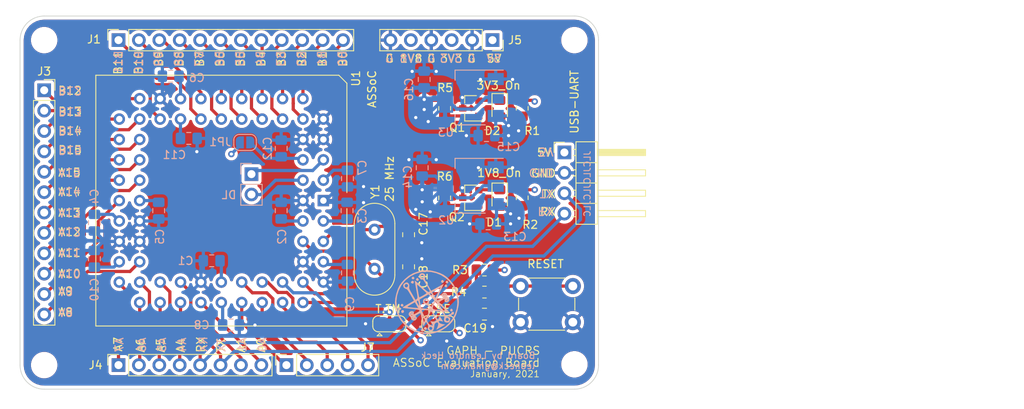
<source format=kicad_pcb>
(kicad_pcb (version 20171130) (host pcbnew 5.1.6+dfsg1-1)
  (title_block (title "ASSoC Eval Board") (date 2021-01-22) (rev 0.1) (company GAPH) (comment 1 "By Leandro Heck"))
  (layers (0 F.Cu signal) (1 Gnd power) (2 Pwr power) (31 B.Cu signal) (34 B.Paste user) (35 F.Paste user) (36 B.SilkS user) (37 F.SilkS user) (38 B.Mask user) (39 F.Mask user) (44 Edge.Cuts user))
  (net 0 "")
  (net 1 GND)
  (net 2 +3V3)
  (net 3 /ASSOC_RST)
  (net 4 /XI)
  (net 5 /XO)
  (net 6 +1V8)
  (net 7 +5V)
  (net 8 /ASSOC_TX)
  (net 9 /ASSOC_RX)
  (net 10 "Net-(D1-Pad2)")
  (net 11 "Net-(D1-Pad1)")
  (net 12 "Net-(D2-Pad2)")
  (net 13 "Net-(D2-Pad1)")
  (net 14 "Net-(Q1-Pad1)")
  (net 15 "Net-(Q2-Pad1)")
  (net 16 /1V8_ASYNC)
  (net 17 /A0)
  (net 18 /A1)
  (net 19 /A4)
  (net 20 /A5)
  (net 21 /A6)
  (net 22 /A7)
  (net 23 /B0)
  (net 24 /B1)
  (net 25 /B2)
  (net 26 /B3)
  (net 27 /B4)
  (net 28 /B5)
  (net 29 /B6)
  (net 30 /B7)
  (net 31 /B8)
  (net 32 /B9)
  (net 33 /B10)
  (net 34 /B11)
  (net 35 /A8)
  (net 36 /A9)
  (net 37 /A10)
  (net 38 /A11)
  (net 39 /A12)
  (net 40 /A13)
  (net 41 /A14)
  (net 42 /A15)
  (net 43 /B15)
  (net 44 /B14)
  (net 45 /B13)
  (net 46 /B12)
  (net 47 /DL_I)
  (net 48 /DL_O)
  (net 49 /TEST.TM)
  (net 50 /TEST.SE)
  (net 51 "Net-(R4-Pad2)")
  (net 52 /M.SS.ROM)
  (net 53 /M.MISO)
  (net 54 /M.MOSI)
  (net 55 /M.SCLK)
  (net 56 /M.SS.RAM)
  (module Capacitor_SMD:C_0805_2012Metric_Pad1.18x1.45mm_HandSolder (layer B.Cu) (at 135.25 116)
    (fp_text reference C8 (at -3.65 0 180) (layer B.SilkS) (effects (justify mirror)))
    (fp_text value 100n)
    (pad 2 smd roundrect (at 1.0375 0) (size 1.175 1.45) (layers B.Cu B.Paste B.Mask) (roundrect_rratio 0.2127659574468085) (net 1 GND))
    (pad 1 smd roundrect (at -1.0375 0) (size 1.175 1.45) (layers B.Cu B.Paste B.Mask) (roundrect_rratio 0.2127659574468085) (net 6 +1V8))
  )
  (module GAPH-Chips:PLCC-68_THT-Socket (layer F.Cu) (at 146.75 100.5 270)
    (fp_text reference U1 (at -15.233334 -4.05 270) (layer F.SilkS))
    (fp_text value ASSoC (at -13.9 -6.05 270) (layer F.SilkS))
    (fp_text user "GAPH - PUCRS" (at 18.7 -21.15) (layer F.SilkS) (effects (font (thickness 0.12))))
    (pad 60 thru_hole circle (at 12.7 2.54 270) (size 1.4224 1.4224) (drill 0.8) (layers *.Cu *.Mask) (net 50 /TEST.SE))
    (pad 58 thru_hole circle (at 12.7 5.08 270) (size 1.4224 1.4224) (drill 0.8) (layers *.Cu *.Mask) (net 52 /M.SS.ROM))
    (pad 56 thru_hole circle (at 12.7 7.62 270) (size 1.4224 1.4224) (drill 0.8) (layers *.Cu *.Mask) (net 55 /M.SCLK))
    (pad 54 thru_hole circle (at 12.7 10.16 270) (size 1.4224 1.4224) (drill 0.8) (layers *.Cu *.Mask) (net 53 /M.MISO))
    (pad 52 thru_hole circle (at 12.7 12.7 270) (size 1.4224 1.4224) (drill 0.8) (layers *.Cu *.Mask) (net 6 +1V8))
    (pad 50 thru_hole circle (at 12.7 15.24 270) (size 1.4224 1.4224) (drill 0.8) (layers *.Cu *.Mask) (net 17 /A0))
    (pad 48 thru_hole circle (at 12.7 17.78 270) (size 1.4224 1.4224) (drill 0.8) (layers *.Cu *.Mask) (net 8 /ASSOC_TX))
    (pad 46 thru_hole circle (at 12.7 20.32 270) (size 1.4224 1.4224) (drill 0.8) (layers *.Cu *.Mask) (net 19 /A4))
    (pad 61 thru_hole circle (at 10.16 0 270) (size 1.4224 1.4224) (drill 0.8) (layers *.Cu *.Mask) (net 1 GND))
    (pad 59 thru_hole circle (at 10.16 5.08 270) (size 1.4224 1.4224) (drill 0.8) (layers *.Cu *.Mask) (net 49 /TEST.TM))
    (pad 57 thru_hole circle (at 10.16 7.62 270) (size 1.4224 1.4224) (drill 0.8) (layers *.Cu *.Mask) (net 56 /M.SS.RAM))
    (pad 55 thru_hole circle (at 10.16 10.16 270) (size 1.4224 1.4224) (drill 0.8) (layers *.Cu *.Mask) (net 54 /M.MOSI))
    (pad 53 thru_hole circle (at 10.16 12.7 270) (size 1.4224 1.4224) (drill 0.8) (layers *.Cu *.Mask) (net 2 +3V3))
    (pad 51 thru_hole circle (at 10.16 15.24 270) (size 1.4224 1.4224) (drill 0.8) (layers *.Cu *.Mask) (net 1 GND))
    (pad 49 thru_hole circle (at 10.16 17.78 270) (size 1.4224 1.4224) (drill 0.8) (layers *.Cu *.Mask) (net 18 /A1))
    (pad 47 thru_hole circle (at 10.16 20.32 270) (size 1.4224 1.4224) (drill 0.8) (layers *.Cu *.Mask) (net 9 /ASSOC_RX))
    (pad 45 thru_hole circle (at 10.16 22.86 270) (size 1.4224 1.4224) (drill 0.8) (layers *.Cu *.Mask) (net 20 /A5))
    (pad 43 thru_hole circle (at 10.16 25.4 270) (size 1.4224 1.4224) (drill 0.8) (layers *.Cu *.Mask) (net 22 /A7))
    (pad 41 thru_hole circle (at 7.62 25.4 270) (size 1.4224 1.4224) (drill 0.8) (layers *.Cu *.Mask) (net 6 +1V8))
    (pad 39 thru_hole circle (at 5.08 25.4 270) (size 1.4224 1.4224) (drill 0.8) (layers *.Cu *.Mask) (net 1 GND))
    (pad 37 thru_hole circle (at 2.54 25.4 270) (size 1.4224 1.4224) (drill 0.8) (layers *.Cu *.Mask) (net 2 +3V3))
    (pad 35 thru_hole circle (at 0 25.4 270) (size 1.4224 1.4224) (drill 0.8) (layers *.Cu *.Mask) (net 36 /A9))
    (pad 33 thru_hole circle (at -2.54 25.4 270) (size 1.4224 1.4224) (drill 0.8) (layers *.Cu *.Mask) (net 38 /A11))
    (pad 31 thru_hole circle (at -5.08 25.4 270) (size 1.4224 1.4224) (drill 0.8) (layers *.Cu *.Mask) (net 40 /A13))
    (pad 29 thru_hole circle (at -7.62 25.4 270) (size 1.4224 1.4224) (drill 0.8) (layers *.Cu *.Mask) (net 42 /A15))
    (pad 27 thru_hole circle (at -10.16 25.4 270) (size 1.4224 1.4224) (drill 0.8) (layers *.Cu *.Mask) (net 45 /B13))
    (pad 44 thru_hole circle (at 12.7 22.86 270) (size 1.4224 1.4224) (drill 0.8) (layers *.Cu *.Mask) (net 21 /A6))
    (pad 42 thru_hole circle (at 7.62 22.86 270) (size 1.4224 1.4224) (drill 0.8) (layers *.Cu *.Mask) (net 35 /A8))
    (pad 40 thru_hole circle (at 5.08 22.86 270) (size 1.4224 1.4224) (drill 0.8) (layers *.Cu *.Mask) (net 1 GND))
    (pad 38 thru_hole circle (at 2.54 22.86 270) (size 1.4224 1.4224) (drill 0.8) (layers *.Cu *.Mask) (net 1 GND))
    (pad 36 thru_hole circle (at 0 22.86 270) (size 1.4224 1.4224) (drill 0.8) (layers *.Cu *.Mask) (net 2 +3V3))
    (pad 34 thru_hole circle (at -2.54 22.86 270) (size 1.4224 1.4224) (drill 0.8) (layers *.Cu *.Mask) (net 37 /A10))
    (pad 32 thru_hole circle (at -5.08 22.86 270) (size 1.4224 1.4224) (drill 0.8) (layers *.Cu *.Mask) (net 39 /A12))
    (pad 30 thru_hole circle (at -7.62 22.86 270) (size 1.4224 1.4224) (drill 0.8) (layers *.Cu *.Mask) (net 41 /A14))
    (pad 28 thru_hole circle (at -10.16 22.86 270) (size 1.4224 1.4224) (drill 0.8) (layers *.Cu *.Mask) (net 46 /B12))
    (pad 26 thru_hole circle (at -12.7 22.86 270) (size 1.4224 1.4224) (drill 0.8) (layers *.Cu *.Mask) (net 44 /B14))
    (pad 24 thru_hole circle (at -12.7 20.32 270) (size 1.4224 1.4224) (drill 0.8) (layers *.Cu *.Mask) (net 1 GND))
    (pad 22 thru_hole circle (at -12.7 17.78 270) (size 1.4224 1.4224) (drill 0.8) (layers *.Cu *.Mask) (net 2 +3V3))
    (pad 20 thru_hole circle (at -12.7 15.24 270) (size 1.4224 1.4224) (drill 0.8) (layers *.Cu *.Mask) (net 33 /B10))
    (pad 18 thru_hole circle (at -12.7 12.7 270) (size 1.4224 1.4224) (drill 0.8) (layers *.Cu *.Mask) (net 31 /B8))
    (pad 16 thru_hole circle (at -12.7 10.16 270) (size 1.4224 1.4224) (drill 0.8) (layers *.Cu *.Mask) (net 29 /B6))
    (pad 14 thru_hole circle (at -12.7 7.62 270) (size 1.4224 1.4224) (drill 0.8) (layers *.Cu *.Mask) (net 27 /B4))
    (pad 12 thru_hole circle (at -12.7 5.08 270) (size 1.4224 1.4224) (drill 0.8) (layers *.Cu *.Mask) (net 25 /B2))
    (pad 10 thru_hole circle (at -12.7 2.54 270) (size 1.4224 1.4224) (drill 0.8) (layers *.Cu *.Mask) (net 23 /B0))
    (pad 25 thru_hole circle (at -10.16 20.32 270) (size 1.4224 1.4224) (drill 0.8) (layers *.Cu *.Mask) (net 43 /B15))
    (pad 23 thru_hole circle (at -10.16 17.78 270) (size 1.4224 1.4224) (drill 0.8) (layers *.Cu *.Mask) (net 6 +1V8))
    (pad 21 thru_hole circle (at -10.16 15.24 270) (size 1.4224 1.4224) (drill 0.8) (layers *.Cu *.Mask) (net 34 /B11))
    (pad 19 thru_hole circle (at -10.16 12.7 270) (size 1.4224 1.4224) (drill 0.8) (layers *.Cu *.Mask) (net 32 /B9))
    (pad 17 thru_hole circle (at -10.16 10.16 270) (size 1.4224 1.4224) (drill 0.8) (layers *.Cu *.Mask) (net 30 /B7))
    (pad 15 thru_hole circle (at -10.16 7.62 270) (size 1.4224 1.4224) (drill 0.8) (layers *.Cu *.Mask) (net 28 /B5))
    (pad 13 thru_hole circle (at -10.16 5.08 270) (size 1.4224 1.4224) (drill 0.8) (layers *.Cu *.Mask) (net 26 /B3))
    (pad 11 thru_hole circle (at -10.16 2.54 270) (size 1.4224 1.4224) (drill 0.8) (layers *.Cu *.Mask) (net 24 /B1))
    (pad 63 thru_hole circle (at 7.62 0 270) (size 1.4224 1.4224) (drill 0.8) (layers *.Cu *.Mask) (net 6 +1V8))
    (pad 65 thru_hole circle (at 5.08 0 270) (size 1.4224 1.4224) (drill 0.8) (layers *.Cu *.Mask) (net 4 /XI))
    (pad 67 thru_hole circle (at 2.54 0 270) (size 1.4224 1.4224) (drill 0.8) (layers *.Cu *.Mask) (net 2 +3V3))
    (pad 9 thru_hole circle (at -10.16 0 270) (size 1.4224 1.4224) (drill 0.8) (layers *.Cu *.Mask) (net 1 GND))
    (pad 7 thru_hole circle (at -7.62 0 270) (size 1.4224 1.4224) (drill 0.8) (layers *.Cu *.Mask) (net 1 GND))
    (pad 5 thru_hole circle (at -5.08 0 270) (size 1.4224 1.4224) (drill 0.8) (layers *.Cu *.Mask) (net 48 /DL_O))
    (pad 3 thru_hole circle (at -2.54 0 270) (size 1.4224 1.4224) (drill 0.8) (layers *.Cu *.Mask) (net 2 +3V3))
    (pad 1 thru_hole rect (at 0 0 270) (size 1.4224 1.4224) (drill 0.8) (layers *.Cu *.Mask) (net 1 GND))
    (pad 62 thru_hole circle (at 10.16 2.54 270) (size 1.4224 1.4224) (drill 0.8) (layers *.Cu *.Mask) (net 3 /ASSOC_RST))
    (pad 64 thru_hole circle (at 7.62 2.54 270) (size 1.4224 1.4224) (drill 0.8) (layers *.Cu *.Mask) (net 1 GND))
    (pad 66 thru_hole circle (at 5.08 2.54 270) (size 1.4224 1.4224) (drill 0.8) (layers *.Cu *.Mask) (net 5 /XO))
    (pad 68 thru_hole circle (at 2.54 2.54 270) (size 1.4224 1.4224) (drill 0.8) (layers *.Cu *.Mask) (net 2 +3V3))
    (pad 8 thru_hole circle (at -7.62 2.54 270) (size 1.4224 1.4224) (drill 0.8) (layers *.Cu *.Mask) (net 1 GND))
    (pad 6 thru_hole circle (at -5.08 2.54 270) (size 1.4224 1.4224) (drill 0.8) (layers *.Cu *.Mask) (net 16 /1V8_ASYNC))
    (pad 4 thru_hole circle (at -2.54 2.54 270) (size 1.4224 1.4224) (drill 0.8) (layers *.Cu *.Mask) (net 47 /DL_I))
    (pad 2 thru_hole circle (at 0 2.54 270) (size 1.4224 1.4224) (drill 0.8) (layers *.Cu *.Mask) (net 1 GND))
  )
  (module Connector_PinSocket_2.54mm:PinSocket_1x05_P2.54mm_Vertical (layer F.Cu) (at 142.15 121 90)
    (fp_text reference J7 (at 2.2 10.1 180) (layer F.SilkS))
    (fp_text value H4)
    (pad 1 thru_hole rect (at 0 0 90) (size 1.7 1.7) (drill 1) (layers *.Cu *.Mask) (net 53 /M.MISO))
    (pad 2 thru_hole oval (at 0 2.54 90) (size 1.7 1.7) (drill 1) (layers *.Cu *.Mask) (net 55 /M.SCLK))
    (pad 3 thru_hole oval (at 0 5.08 90) (size 1.7 1.7) (drill 1) (layers *.Cu *.Mask) (net 54 /M.MOSI))
    (pad 4 thru_hole oval (at 0 7.62 90) (size 1.7 1.7) (drill 1) (layers *.Cu *.Mask) (net 52 /M.SS.ROM))
    (pad 5 thru_hole oval (at 0 10.16 90) (size 1.7 1.7) (drill 1) (layers *.Cu *.Mask) (net 56 /M.SS.RAM))
  )
  (module GAPH-Extra:Astaroth-Seal (layer B.Cu) (at 159.65 113.1 210)
    (fp_text reference G*** hide)
    (fp_text value LOGO hide)
  )
  (module Connector_PinSocket_2.54mm:PinSocket_1x06_P2.54mm_Vertical (layer F.Cu) (at 167.8 80.5 270)
    (fp_text reference J5 (at 0 -2.8 180) (layer F.SilkS))
    (fp_text value PWR)
    (pad 6 thru_hole oval (at 0 12.7 270) (size 1.7 1.7) (drill 1) (layers *.Cu *.Mask) (net 1 GND))
    (pad 5 thru_hole oval (at 0 10.16 270) (size 1.7 1.7) (drill 1) (layers *.Cu *.Mask) (net 2 +3V3))
    (pad 4 thru_hole oval (at 0 7.62 270) (size 1.7 1.7) (drill 1) (layers *.Cu *.Mask) (net 1 GND))
    (pad 3 thru_hole oval (at 0 5.08 270) (size 1.7 1.7) (drill 1) (layers *.Cu *.Mask) (net 6 +1V8))
    (pad 2 thru_hole oval (at 0 2.54 270) (size 1.7 1.7) (drill 1) (layers *.Cu *.Mask) (net 1 GND))
    (pad 1 thru_hole rect (at 0 0 270) (size 1.7 1.7) (drill 1) (layers *.Cu *.Mask) (net 7 +5V))
  )
  (module Connector_PinSocket_2.54mm:PinSocket_1x02_P2.54mm_Vertical (layer B.Cu) (at 137.8 97.2 180)
    (fp_text reference J6 hide)
    (fp_text value DL (at 2.8 -2.6) (layer B.SilkS) (effects (justify mirror)))
    (pad 2 thru_hole oval (at 0 -2.54 180) (size 1.7 1.7) (drill 1) (layers *.Cu *.Mask) (net 47 /DL_I))
    (pad 1 thru_hole rect (at 0 0 180) (size 1.7 1.7) (drill 1) (layers *.Cu *.Mask) (net 48 /DL_O))
  )
  (module Jumper:SolderJumper-2_P1.3mm_Open_RoundedPad1.0x1.5mm (layer B.Cu) (at 137 93.25 180)
    (fp_text reference JP1 (at 3.1 0.05) (layer B.SilkS) (effects (justify mirror)))
    (fp_text value SolderJumper_2_Bridged)
    (pad 2 smd custom (at 0.65 0 180) (size 1 0.5) (layers B.Cu B.Mask) (net 6 +1V8) (options (clearance outline) (anchor rect)) (primitives (gr_circle (center 0 -0.25) (end 0.5 -0.25) (width 0)) (gr_circle (center 0 0.25) (end 0.5 0.25) (width 0)) (gr_poly (pts (xy 0 0.75) (xy -0.5 0.75) (xy -0.5 -0.75) (xy 0 -0.75)) (width 0))))
    (pad 1 smd custom (at -0.65 0 180) (size 1 0.5) (layers B.Cu B.Mask) (net 16 /1V8_ASYNC) (options (clearance outline) (anchor rect)) (primitives (gr_circle (center 0 -0.25) (end 0.5 -0.25) (width 0)) (gr_circle (center 0 0.25) (end 0.5 0.25) (width 0)) (gr_poly (pts (xy 0 0.75) (xy 0.5 0.75) (xy 0.5 -0.75) (xy 0 -0.75)) (width 0))))
  )
  (module Package_TO_SOT_SMD:SOT-223 (layer B.Cu) (at 165.05 98.65 180)
    (fp_text reference U2 (at 3 -4.3 180) (layer B.SilkS) (effects (justify mirror)))
    (fp_text value LM1117-3.3)
    (pad 1 smd rect (at -3.15 2.3 180) (size 2 1.5) (layers B.Cu B.Paste B.Mask) (net 1 GND))
    (pad 3 smd rect (at -3.15 -2.3 180) (size 2 1.5) (layers B.Cu B.Paste B.Mask) (net 7 +5V))
    (pad 2 smd rect (at -3.15 0 180) (size 2 1.5) (layers B.Cu B.Paste B.Mask) (net 6 +1V8))
    (pad 2 smd rect (at 3.15 0 180) (size 2 3.8) (layers B.Cu B.Paste B.Mask) (net 6 +1V8))
  )
  (module Package_TO_SOT_SMD:SOT-223 (layer B.Cu) (at 165.05 87.65 180)
    (fp_text reference U3 (at 3.05 -4.35 180) (layer B.SilkS) (effects (justify mirror)))
    (fp_text value LM1117-3.3)
    (pad 1 smd rect (at -3.15 2.3 180) (size 2 1.5) (layers B.Cu B.Paste B.Mask) (net 1 GND))
    (pad 3 smd rect (at -3.15 -2.3 180) (size 2 1.5) (layers B.Cu B.Paste B.Mask) (net 7 +5V))
    (pad 2 smd rect (at -3.15 0 180) (size 2 1.5) (layers B.Cu B.Paste B.Mask) (net 2 +3V3))
    (pad 2 smd rect (at 3.15 0 180) (size 2 3.8) (layers B.Cu B.Paste B.Mask) (net 2 +3V3))
  )
  (module Connector_PinSocket_2.54mm:PinSocket_1x12_P2.54mm_Vertical (layer F.Cu) (at 112 86.75)
    (fp_text reference J3 (at 0 -2.35) (layer F.SilkS))
    (fp_text value H2)
    (pad 12 thru_hole oval (at 0 27.94) (size 1.7 1.7) (drill 1) (layers *.Cu *.Mask) (net 35 /A8))
    (pad 11 thru_hole oval (at 0 25.4) (size 1.7 1.7) (drill 1) (layers *.Cu *.Mask) (net 36 /A9))
    (pad 10 thru_hole oval (at 0 22.86) (size 1.7 1.7) (drill 1) (layers *.Cu *.Mask) (net 37 /A10))
    (pad 9 thru_hole oval (at 0 20.32) (size 1.7 1.7) (drill 1) (layers *.Cu *.Mask) (net 38 /A11))
    (pad 8 thru_hole oval (at 0 17.78) (size 1.7 1.7) (drill 1) (layers *.Cu *.Mask) (net 39 /A12))
    (pad 7 thru_hole oval (at 0 15.24) (size 1.7 1.7) (drill 1) (layers *.Cu *.Mask) (net 40 /A13))
    (pad 6 thru_hole oval (at 0 12.7) (size 1.7 1.7) (drill 1) (layers *.Cu *.Mask) (net 41 /A14))
    (pad 5 thru_hole oval (at 0 10.16) (size 1.7 1.7) (drill 1) (layers *.Cu *.Mask) (net 42 /A15))
    (pad 4 thru_hole oval (at 0 7.62) (size 1.7 1.7) (drill 1) (layers *.Cu *.Mask) (net 46 /B12))
    (pad 3 thru_hole oval (at 0 5.08) (size 1.7 1.7) (drill 1) (layers *.Cu *.Mask) (net 45 /B13))
    (pad 2 thru_hole oval (at 0 2.54) (size 1.7 1.7) (drill 1) (layers *.Cu *.Mask) (net 44 /B14))
    (pad 1 thru_hole rect (at 0 0) (size 1.7 1.7) (drill 1) (layers *.Cu *.Mask) (net 43 /B15))
  )
  (module Connector_PinSocket_2.54mm:PinSocket_1x12_P2.54mm_Vertical (layer F.Cu) (at 121.25 80.5 90)
    (fp_text reference J1 (at 0.1 -3.05 180) (layer F.SilkS))
    (fp_text value H3)
    (pad 12 thru_hole oval (at 0 27.94 90) (size 1.7 1.7) (drill 1) (layers *.Cu *.Mask) (net 23 /B0))
    (pad 11 thru_hole oval (at 0 25.4 90) (size 1.7 1.7) (drill 1) (layers *.Cu *.Mask) (net 24 /B1))
    (pad 10 thru_hole oval (at 0 22.86 90) (size 1.7 1.7) (drill 1) (layers *.Cu *.Mask) (net 25 /B2))
    (pad 9 thru_hole oval (at 0 20.32 90) (size 1.7 1.7) (drill 1) (layers *.Cu *.Mask) (net 26 /B3))
    (pad 8 thru_hole oval (at 0 17.78 90) (size 1.7 1.7) (drill 1) (layers *.Cu *.Mask) (net 27 /B4))
    (pad 7 thru_hole oval (at 0 15.24 90) (size 1.7 1.7) (drill 1) (layers *.Cu *.Mask) (net 28 /B5))
    (pad 6 thru_hole oval (at 0 12.7 90) (size 1.7 1.7) (drill 1) (layers *.Cu *.Mask) (net 29 /B6))
    (pad 5 thru_hole oval (at 0 10.16 90) (size 1.7 1.7) (drill 1) (layers *.Cu *.Mask) (net 30 /B7))
    (pad 4 thru_hole oval (at 0 7.62 90) (size 1.7 1.7) (drill 1) (layers *.Cu *.Mask) (net 31 /B8))
    (pad 3 thru_hole oval (at 0 5.08 90) (size 1.7 1.7) (drill 1) (layers *.Cu *.Mask) (net 32 /B9))
    (pad 2 thru_hole oval (at 0 2.54 90) (size 1.7 1.7) (drill 1) (layers *.Cu *.Mask) (net 33 /B10))
    (pad 1 thru_hole rect (at 0 0 90) (size 1.7 1.7) (drill 1) (layers *.Cu *.Mask) (net 34 /B11))
  )
  (module Connector_PinSocket_2.54mm:PinSocket_1x08_P2.54mm_Vertical (layer F.Cu) (at 121.25 121 90)
    (fp_text reference J4 (at 0 -2.85 180) (layer F.SilkS))
    (fp_text value H1)
    (pad 8 thru_hole oval (at 0 17.78 90) (size 1.7 1.7) (drill 1) (layers *.Cu *.Mask) (net 17 /A0))
    (pad 7 thru_hole oval (at 0 15.24 90) (size 1.7 1.7) (drill 1) (layers *.Cu *.Mask) (net 18 /A1))
    (pad 6 thru_hole oval (at 0 12.7 90) (size 1.7 1.7) (drill 1) (layers *.Cu *.Mask) (net 8 /ASSOC_TX))
    (pad 5 thru_hole oval (at 0 10.16 90) (size 1.7 1.7) (drill 1) (layers *.Cu *.Mask) (net 9 /ASSOC_RX))
    (pad 4 thru_hole oval (at 0 7.62 90) (size 1.7 1.7) (drill 1) (layers *.Cu *.Mask) (net 19 /A4))
    (pad 3 thru_hole oval (at 0 5.08 90) (size 1.7 1.7) (drill 1) (layers *.Cu *.Mask) (net 20 /A5))
    (pad 2 thru_hole oval (at 0 2.54 90) (size 1.7 1.7) (drill 1) (layers *.Cu *.Mask) (net 21 /A6))
    (pad 1 thru_hole rect (at 0 0 90) (size 1.7 1.7) (drill 1) (layers *.Cu *.Mask) (net 22 /A7))
  )
  (module Jumper:SolderJumper-3_P1.3mm_Bridged2Bar12_RoundedPad1.0x1.5mm (layer F.Cu) (at 161.05 115.85)
    (fp_text reference JP2 hide)
    (fp_text value T.SE (at 0 -1.85 180) (layer F.SilkS))
    (fp_poly (pts (xy -0.9 0.2) (xy -0.4 0.2) (xy -0.4 0.6) (xy -0.9 0.6)) (layer F.Cu) (width 0))
    (fp_poly (pts (xy -0.9 -0.6) (xy -0.4 -0.6) (xy -0.4 -0.2) (xy -0.9 -0.2)) (layer F.Cu) (width 0))
    (pad 1 smd custom (at -1.3 0) (size 1 0.5) (layers F.Cu F.Mask) (net 1 GND) (options (clearance outline) (anchor rect)) (primitives (gr_circle (center 0 0.25) (end 0.5 0.25) (width 0)) (gr_circle (center 0 -0.25) (end 0.5 -0.25) (width 0)) (gr_poly (pts (xy 0.55 -0.75) (xy 0 -0.75) (xy 0 0.75) (xy 0.55 0.75)) (width 0))))
    (pad 2 smd rect (at 0 0) (size 1 1.5) (layers F.Cu F.Mask) (net 50 /TEST.SE))
    (pad 3 smd custom (at 1.3 0) (size 1 0.5) (layers F.Cu F.Mask) (net 2 +3V3) (options (clearance outline) (anchor rect)) (primitives (gr_circle (center 0 0.25) (end 0.5 0.25) (width 0)) (gr_circle (center 0 -0.25) (end 0.5 -0.25) (width 0)) (gr_poly (pts (xy -0.55 -0.75) (xy 0 -0.75) (xy 0 0.75) (xy -0.55 0.75)) (width 0))))
  )
  (module Jumper:SolderJumper-3_P1.3mm_Bridged2Bar12_RoundedPad1.0x1.5mm (layer F.Cu) (at 154.95 115.85)
    (fp_text reference JP3 hide)
    (fp_text value T.TM (at -0.15 -1.85) (layer F.SilkS))
    (fp_poly (pts (xy -0.9 0.2) (xy -0.4 0.2) (xy -0.4 0.6) (xy -0.9 0.6)) (layer F.Cu) (width 0))
    (fp_poly (pts (xy -0.9 -0.6) (xy -0.4 -0.6) (xy -0.4 -0.2) (xy -0.9 -0.2)) (layer F.Cu) (width 0))
    (pad 1 smd custom (at -1.3 0) (size 1 0.5) (layers F.Cu F.Mask) (net 1 GND) (options (clearance outline) (anchor rect)) (primitives (gr_circle (center 0 0.25) (end 0.5 0.25) (width 0)) (gr_circle (center 0 -0.25) (end 0.5 -0.25) (width 0)) (gr_poly (pts (xy 0.55 -0.75) (xy 0 -0.75) (xy 0 0.75) (xy 0.55 0.75)) (width 0))))
    (pad 2 smd rect (at 0 0) (size 1 1.5) (layers F.Cu F.Mask) (net 49 /TEST.TM))
    (pad 3 smd custom (at 1.3 0) (size 1 0.5) (layers F.Cu F.Mask) (net 2 +3V3) (options (clearance outline) (anchor rect)) (primitives (gr_circle (center 0 0.25) (end 0.5 0.25) (width 0)) (gr_circle (center 0 -0.25) (end 0.5 -0.25) (width 0)) (gr_poly (pts (xy -0.55 -0.75) (xy 0 -0.75) (xy 0 0.75) (xy -0.55 0.75)) (width 0))))
  )
  (module GAPH-Extra:MountingHole_2.5mm (layer F.Cu) (at 112 121 270)
    (fp_text reference H4 hide)
    (fp_text value MountingHole hide)
    (pad 1 np_thru_hole circle (at 0 0 270) (size 2.5 2.5) (drill 2.5) (layers *.Cu *.Mask))
  )
  (module GAPH-Extra:MountingHole_2.5mm (layer F.Cu) (at 178 120.903121 270)
    (fp_text reference H3 hide)
    (fp_text value MountingHole hide)
    (pad 1 np_thru_hole circle (at 0 0 270) (size 2.5 2.5) (drill 2.5) (layers *.Cu *.Mask))
  )
  (module GAPH-Extra:MountingHole_2.5mm (layer F.Cu) (at 112 80.5 270)
    (fp_text reference H2 hide)
    (fp_text value MountingHole hide)
    (pad 1 np_thru_hole circle (at 0 0 270) (size 2.5 2.5) (drill 2.5) (layers *.Cu *.Mask))
  )
  (module GAPH-Extra:MountingHole_2.5mm (layer F.Cu) (at 178 80.5 270)
    (fp_text reference H1 hide)
    (fp_text value MountingHole hide)
    (pad 1 np_thru_hole circle (at 0 0 270) (size 2.5 2.5) (drill 2.5) (layers *.Cu *.Mask))
  )
  (module Resistor_SMD:R_0805_2012Metric_Pad1.20x1.40mm_HandSolder (layer F.Cu) (at 171.5 100.15 270)
    (fp_text reference R2 (at 3.35 -1 180) (layer F.SilkS))
    (fp_text value 330)
    (pad 1 smd roundrect (at -1 0 270) (size 1.2 1.4) (layers F.Cu F.Paste F.Mask) (roundrect_rratio 0.208333) (net 7 +5V))
    (pad 2 smd roundrect (at 1 0 270) (size 1.2 1.4) (layers F.Cu F.Paste F.Mask) (roundrect_rratio 0.208333) (net 10 "Net-(D1-Pad2)"))
  )
  (module Resistor_SMD:R_0805_2012Metric_Pad1.20x1.40mm_HandSolder (layer F.Cu) (at 161.85 100.15 90)
    (fp_text reference R6 (at 2.65 0) (layer F.SilkS))
    (fp_text value 1k)
    (pad 1 smd roundrect (at -1 0 90) (size 1.2 1.4) (layers F.Cu F.Paste F.Mask) (roundrect_rratio 0.208333) (net 15 "Net-(Q2-Pad1)"))
    (pad 2 smd roundrect (at 1 0 90) (size 1.2 1.4) (layers F.Cu F.Paste F.Mask) (roundrect_rratio 0.208333) (net 6 +1V8))
  )
  (module Resistor_SMD:R_0805_2012Metric_Pad1.20x1.40mm_HandSolder (layer F.Cu) (at 171.5 89 270)
    (fp_text reference R1 (at 2.8 -1.25 180) (layer F.SilkS))
    (fp_text value 330)
    (pad 2 smd roundrect (at 1 0 270) (size 1.2 1.4) (layers F.Cu F.Paste F.Mask) (roundrect_rratio 0.208333) (net 12 "Net-(D2-Pad2)"))
    (pad 1 smd roundrect (at -1 0 270) (size 1.2 1.4) (layers F.Cu F.Paste F.Mask) (roundrect_rratio 0.208333) (net 7 +5V))
  )
  (module Resistor_SMD:R_0805_2012Metric_Pad1.20x1.40mm_HandSolder (layer F.Cu) (at 161.85 89 90)
    (fp_text reference R5 (at 2.55 0.05) (layer F.SilkS))
    (fp_text value 1k)
    (pad 2 smd roundrect (at 1 0 90) (size 1.2 1.4) (layers F.Cu F.Paste F.Mask) (roundrect_rratio 0.208333) (net 2 +3V3))
    (pad 1 smd roundrect (at -1 0 90) (size 1.2 1.4) (layers F.Cu F.Paste F.Mask) (roundrect_rratio 0.208333) (net 14 "Net-(Q1-Pad1)"))
  )
  (module Package_TO_SOT_SMD:SOT-23 (layer F.Cu) (at 165.1 100.15 180)
    (fp_text reference Q2 (at 1.75 -2.4) (layer F.SilkS))
    (fp_text value Q_NPN_BCE)
    (pad 1 smd rect (at -1 -0.95 180) (size 0.9 0.8) (layers F.Cu F.Paste F.Mask) (net 15 "Net-(Q2-Pad1)"))
    (pad 2 smd rect (at -1 0.95 180) (size 0.9 0.8) (layers F.Cu F.Paste F.Mask) (net 11 "Net-(D1-Pad1)"))
    (pad 3 smd rect (at 1 0 180) (size 0.9 0.8) (layers F.Cu F.Paste F.Mask) (net 1 GND))
  )
  (module Package_TO_SOT_SMD:SOT-23 (layer F.Cu) (at 165.1 89 180)
    (fp_text reference Q1 (at 1.7 -2.4) (layer F.SilkS))
    (fp_text value Q_NPN_BCE)
    (pad 3 smd rect (at 1 0 180) (size 0.9 0.8) (layers F.Cu F.Paste F.Mask) (net 1 GND))
    (pad 2 smd rect (at -1 0.95 180) (size 0.9 0.8) (layers F.Cu F.Paste F.Mask) (net 13 "Net-(D2-Pad1)"))
    (pad 1 smd rect (at -1 -0.95 180) (size 0.9 0.8) (layers F.Cu F.Paste F.Mask) (net 14 "Net-(Q1-Pad1)"))
  )
  (module Connector_PinHeader_2.54mm:PinHeader_1x04_P2.54mm_Horizontal (layer F.Cu) (at 176.75 94.5)
    (fp_text reference J2 hide)
    (fp_text value USB-UART (at 1.25 -6.3 90) (layer F.SilkS))
    (pad 4 thru_hole oval (at 0 7.62) (size 1.7 1.7) (drill 1) (layers *.Cu *.Mask) (net 9 /ASSOC_RX))
    (pad 3 thru_hole oval (at 0 5.08) (size 1.7 1.7) (drill 1) (layers *.Cu *.Mask) (net 8 /ASSOC_TX))
    (pad 2 thru_hole oval (at 0 2.54) (size 1.7 1.7) (drill 1) (layers *.Cu *.Mask) (net 1 GND))
    (pad 1 thru_hole rect (at 0 0) (size 1.7 1.7) (drill 1) (layers *.Cu *.Mask) (net 7 +5V))
  )
  (module LED_SMD:LED_0805_2012Metric_Pad1.15x1.40mm_HandSolder (layer F.Cu) (at 168.7 100.1725 270)
    (fp_text reference D1 (at 3.0275 0.7 180) (layer F.SilkS))
    (fp_text value 1V8_On (at -3.1225 0.05 180) (layer F.SilkS))
    (pad 1 smd roundrect (at -1.025 0 270) (size 1.15 1.4) (layers F.Cu F.Paste F.Mask) (roundrect_rratio 0.217391) (net 11 "Net-(D1-Pad1)"))
    (pad 2 smd roundrect (at 1.025 0 270) (size 1.15 1.4) (layers F.Cu F.Paste F.Mask) (roundrect_rratio 0.217391) (net 10 "Net-(D1-Pad2)"))
  )
  (module LED_SMD:LED_0805_2012Metric_Pad1.15x1.40mm_HandSolder (layer F.Cu) (at 168.7 89.0225 270)
    (fp_text reference D2 (at 2.7775 0.9 180) (layer F.SilkS))
    (fp_text value 3V3_On (at -2.8725 0.15) (layer F.SilkS))
    (pad 2 smd roundrect (at 1.025 0 270) (size 1.15 1.4) (layers F.Cu F.Paste F.Mask) (roundrect_rratio 0.217391) (net 12 "Net-(D2-Pad2)"))
    (pad 1 smd roundrect (at -1.025 0 270) (size 1.15 1.4) (layers F.Cu F.Paste F.Mask) (roundrect_rratio 0.217391) (net 13 "Net-(D2-Pad1)"))
  )
  (module Resistor_SMD:R_0805_2012Metric_Pad1.20x1.40mm_HandSolder (layer F.Cu) (at 166.8 111.9)
    (fp_text reference R4 (at -3.2 0) (layer F.SilkS))
    (fp_text value 1K)
    (pad 2 smd roundrect (at 1 0) (size 1.2 1.4) (layers F.Cu F.Paste F.Mask) (roundrect_rratio 0.2083325) (net 51 "Net-(R4-Pad2)"))
    (pad 1 smd roundrect (at -1 0) (size 1.2 1.4) (layers F.Cu F.Paste F.Mask) (roundrect_rratio 0.2083325) (net 3 /ASSOC_RST))
  )
  (module Capacitor_SMD:C_0805_2012Metric_Pad1.18x1.45mm_HandSolder (layer B.Cu) (at 159.05 96.4 90)
    (fp_text reference C14 (at -1.15 -1.8 90) (layer B.SilkS) (effects (justify mirror)))
    (fp_text value 10u)
    (pad 2 smd roundrect (at 1.0375 0 90) (size 1.175 1.45) (layers B.Cu B.Paste B.Mask) (roundrect_rratio 0.2127659574468085) (net 1 GND))
    (pad 1 smd roundrect (at -1.0375 0 90) (size 1.175 1.45) (layers B.Cu B.Paste B.Mask) (roundrect_rratio 0.2127659574468085) (net 6 +1V8))
  )
  (module Capacitor_SMD:C_0805_2012Metric_Pad1.18x1.45mm_HandSolder (layer B.Cu) (at 159.3 85.4 90)
    (fp_text reference C16 (at -1.25 -1.9 270) (layer B.SilkS) (effects (justify mirror)))
    (fp_text value 10u)
    (pad 2 smd roundrect (at 1.0375 0 90) (size 1.175 1.45) (layers B.Cu B.Paste B.Mask) (roundrect_rratio 0.2127659574468085) (net 1 GND))
    (pad 1 smd roundrect (at -1.0375 0 90) (size 1.175 1.45) (layers B.Cu B.Paste B.Mask) (roundrect_rratio 0.2127659574468085) (net 2 +3V3))
  )
  (module Resistor_SMD:R_0805_2012Metric_Pad1.20x1.40mm_HandSolder (layer F.Cu) (at 166.8 109.15 180)
    (fp_text reference R3 (at 3.05 0) (layer F.SilkS))
    (fp_text value 10K)
    (pad 2 smd roundrect (at 1 0 180) (size 1.2 1.4) (layers F.Cu F.Paste F.Mask) (roundrect_rratio 0.2083325) (net 3 /ASSOC_RST))
    (pad 1 smd roundrect (at -1 0 180) (size 1.2 1.4) (layers F.Cu F.Paste F.Mask) (roundrect_rratio 0.2083325) (net 2 +3V3))
  )
  (module Capacitor_SMD:C_0805_2012Metric_Pad1.18x1.45mm_HandSolder (layer B.Cu) (at 141.5 94 90)
    (fp_text reference C12 (at 0 -1.7 90) (layer B.SilkS) (effects (justify mirror)))
    (fp_text value 100n)
    (pad 2 smd roundrect (at 1.0375 0 90) (size 1.175 1.45) (layers B.Cu B.Paste B.Mask) (roundrect_rratio 0.2127659574468085) (net 1 GND))
    (pad 1 smd roundrect (at -1.0375 0 90) (size 1.175 1.45) (layers B.Cu B.Paste B.Mask) (roundrect_rratio 0.2127659574468085) (net 16 /1V8_ASYNC))
  )
  (module Capacitor_SMD:C_0805_2012Metric_Pad1.18x1.45mm_HandSolder (layer F.Cu) (at 157.36 108.75 270)
    (fp_text reference C18 (at 1.25 -1.84 90) (layer F.SilkS))
    (fp_text value 18n)
    (pad 2 smd roundrect (at 1.0375 0 270) (size 1.175 1.45) (layers F.Cu F.Paste F.Mask) (roundrect_rratio 0.2127659574468085) (net 5 /XO))
    (pad 1 smd roundrect (at -1.0375 0 270) (size 1.175 1.45) (layers F.Cu F.Paste F.Mask) (roundrect_rratio 0.2127659574468085) (net 1 GND))
  )
  (module Capacitor_SMD:C_0805_2012Metric_Pad1.18x1.45mm_HandSolder (layer B.Cu) (at 130 92.75)
    (fp_text reference C11 (at -1.8 2.05 180) (layer B.SilkS) (effects (justify mirror)))
    (fp_text value 100n)
    (pad 2 smd roundrect (at 1.0375 0) (size 1.175 1.45) (layers B.Cu B.Paste B.Mask) (roundrect_rratio 0.2127659574468085) (net 1 GND))
    (pad 1 smd roundrect (at -1.0375 0) (size 1.175 1.45) (layers B.Cu B.Paste B.Mask) (roundrect_rratio 0.2127659574468085) (net 6 +1V8))
  )
  (module Capacitor_SMD:C_0805_2012Metric_Pad1.18x1.45mm_HandSolder (layer F.Cu) (at 157.36 104.75 90)
    (fp_text reference C17 (at 1.35 1.84 90) (layer F.SilkS))
    (fp_text value 18p)
    (pad 2 smd roundrect (at 1.0375 0 90) (size 1.175 1.45) (layers F.Cu F.Paste F.Mask) (roundrect_rratio 0.2127659574468085) (net 4 /XI))
    (pad 1 smd roundrect (at -1.0375 0 90) (size 1.175 1.45) (layers F.Cu F.Paste F.Mask) (roundrect_rratio 0.2127659574468085) (net 1 GND))
  )
  (module Capacitor_SMD:C_0805_2012Metric_Pad1.18x1.45mm_HandSolder (layer B.Cu) (at 118.25 107.75 90)
    (fp_text reference C10 (at -3.85 0 90) (layer B.SilkS) (effects (justify mirror)))
    (fp_text value 100n)
    (pad 2 smd roundrect (at 1.0375 0 90) (size 1.175 1.45) (layers B.Cu B.Paste B.Mask) (roundrect_rratio 0.2127659574468085) (net 1 GND))
    (pad 1 smd roundrect (at -1.0375 0 90) (size 1.175 1.45) (layers B.Cu B.Paste B.Mask) (roundrect_rratio 0.2127659574468085) (net 6 +1V8))
  )
  (module Capacitor_SMD:C_0805_2012Metric_Pad1.18x1.45mm_HandSolder (layer B.Cu) (at 149.75 109.5 270)
    (fp_text reference C9 (at 3.9 -0.3 270) (layer B.SilkS) (effects (justify mirror)))
    (fp_text value 100n)
    (pad 2 smd roundrect (at 1.0375 0 270) (size 1.175 1.45) (layers B.Cu B.Paste B.Mask) (roundrect_rratio 0.2127659574468085) (net 1 GND))
    (pad 1 smd roundrect (at -1.0375 0 270) (size 1.175 1.45) (layers B.Cu B.Paste B.Mask) (roundrect_rratio 0.2127659574468085) (net 6 +1V8))
  )
  (module Capacitor_SMD:C_0805_2012Metric_Pad1.18x1.45mm_HandSolder (layer B.Cu) (at 167.2625 103.4 180)
    (fp_text reference C13 (at -3.3375 -1.6) (layer B.SilkS) (effects (justify mirror)))
    (fp_text value 10u)
    (pad 2 smd roundrect (at 1.0375 0 180) (size 1.175 1.45) (layers B.Cu B.Paste B.Mask) (roundrect_rratio 0.2127659574468085) (net 1 GND))
    (pad 1 smd roundrect (at -1.0375 0 180) (size 1.175 1.45) (layers B.Cu B.Paste B.Mask) (roundrect_rratio 0.2127659574468085) (net 7 +5V))
  )
  (module Capacitor_SMD:C_0805_2012Metric_Pad1.18x1.45mm_HandSolder (layer F.Cu) (at 166.8 114.65 180)
    (fp_text reference C19 (at 1.15 -1.75 180) (layer F.SilkS))
    (fp_text value 100n)
    (pad 2 smd roundrect (at 1.0375 0 180) (size 1.175 1.45) (layers F.Cu F.Paste F.Mask) (roundrect_rratio 0.2127659574468085) (net 3 /ASSOC_RST))
    (pad 1 smd roundrect (at -1.0375 0 180) (size 1.175 1.45) (layers F.Cu F.Paste F.Mask) (roundrect_rratio 0.2127659574468085) (net 1 GND))
  )
  (module Capacitor_SMD:C_0805_2012Metric_Pad1.18x1.45mm_HandSolder (layer B.Cu) (at 149.75 97.75 270)
    (fp_text reference C7 (at -1.35 -1.85 90) (layer B.SilkS) (effects (justify mirror)))
    (fp_text value 100n)
    (pad 2 smd roundrect (at 1.0375 0 270) (size 1.175 1.45) (layers B.Cu B.Paste B.Mask) (roundrect_rratio 0.2127659574468085) (net 1 GND))
    (pad 1 smd roundrect (at -1.0375 0 270) (size 1.175 1.45) (layers B.Cu B.Paste B.Mask) (roundrect_rratio 0.2127659574468085) (net 2 +3V3))
  )
  (module Capacitor_SMD:C_0805_2012Metric_Pad1.18x1.45mm_HandSolder (layer B.Cu) (at 127.75 85 180)
    (fp_text reference C6 (at -3.25 -0.2 180) (layer B.SilkS) (effects (justify mirror)))
    (fp_text value 100n)
    (pad 2 smd roundrect (at 1.0375 0 180) (size 1.175 1.45) (layers B.Cu B.Paste B.Mask) (roundrect_rratio 0.2127659574468085) (net 1 GND))
    (pad 1 smd roundrect (at -1.0375 0 180) (size 1.175 1.45) (layers B.Cu B.Paste B.Mask) (roundrect_rratio 0.2127659574468085) (net 2 +3V3))
  )
  (module Capacitor_SMD:C_0805_2012Metric_Pad1.18x1.45mm_HandSolder (layer B.Cu) (at 126.25 101.75 270)
    (fp_text reference C5 (at 3.25 -0.15 90) (layer B.SilkS) (effects (justify mirror)))
    (fp_text value 100n)
    (pad 2 smd roundrect (at 1.0375 0 270) (size 1.175 1.45) (layers B.Cu B.Paste B.Mask) (roundrect_rratio 0.2127659574468085) (net 1 GND))
    (pad 1 smd roundrect (at -1.0375 0 270) (size 1.175 1.45) (layers B.Cu B.Paste B.Mask) (roundrect_rratio 0.2127659574468085) (net 2 +3V3))
  )
  (module Capacitor_SMD:C_0805_2012Metric_Pad1.18x1.45mm_HandSolder (layer B.Cu) (at 118.25 103.25 270)
    (fp_text reference C4 (at -3.25 0 90) (layer B.SilkS) (effects (justify mirror)))
    (fp_text value 100n)
    (pad 2 smd roundrect (at 1.0375 0 270) (size 1.175 1.45) (layers B.Cu B.Paste B.Mask) (roundrect_rratio 0.2127659574468085) (net 1 GND))
    (pad 1 smd roundrect (at -1.0375 0 270) (size 1.175 1.45) (layers B.Cu B.Paste B.Mask) (roundrect_rratio 0.2127659574468085) (net 2 +3V3))
  )
  (module Capacitor_SMD:C_0805_2012Metric_Pad1.18x1.45mm_HandSolder (layer B.Cu) (at 149.7 101.75 90)
    (fp_text reference C3 (at -0.65 1.9 270) (layer B.SilkS) (effects (justify mirror)))
    (fp_text value 100n)
    (pad 2 smd roundrect (at 1.0375 0 90) (size 1.175 1.45) (layers B.Cu B.Paste B.Mask) (roundrect_rratio 0.2127659574468085) (net 1 GND))
    (pad 1 smd roundrect (at -1.0375 0 90) (size 1.175 1.45) (layers B.Cu B.Paste B.Mask) (roundrect_rratio 0.2127659574468085) (net 2 +3V3))
  )
  (module Capacitor_SMD:C_0805_2012Metric_Pad1.18x1.45mm_HandSolder (layer B.Cu) (at 141.5 101.75 90)
    (fp_text reference C2 (at -3.25 0.1 90) (layer B.SilkS) (effects (justify mirror)))
    (fp_text value 100n)
    (pad 2 smd roundrect (at 1.0375 0 90) (size 1.175 1.45) (layers B.Cu B.Paste B.Mask) (roundrect_rratio 0.2127659574468085) (net 1 GND))
    (pad 1 smd roundrect (at -1.0375 0 90) (size 1.175 1.45) (layers B.Cu B.Paste B.Mask) (roundrect_rratio 0.2127659574468085) (net 2 +3V3))
  )
  (module Capacitor_SMD:C_0805_2012Metric_Pad1.18x1.45mm_HandSolder (layer B.Cu) (at 132.85 108 180)
    (fp_text reference C1 (at 3.25 0 180) (layer B.SilkS) (effects (justify mirror)))
    (fp_text value 100n)
    (pad 2 smd roundrect (at 1.0375 0 180) (size 1.175 1.45) (layers B.Cu B.Paste B.Mask) (roundrect_rratio 0.2127659574468085) (net 1 GND))
    (pad 1 smd roundrect (at -1.0375 0 180) (size 1.175 1.45) (layers B.Cu B.Paste B.Mask) (roundrect_rratio 0.2127659574468085) (net 2 +3V3))
  )
  (module Capacitor_SMD:C_0805_2012Metric_Pad1.18x1.45mm_HandSolder (layer B.Cu) (at 167.05 92.4 180)
    (fp_text reference C15 (at -2.75 -1.4) (layer B.SilkS) (effects (justify mirror)))
    (fp_text value 10u)
    (pad 2 smd roundrect (at 1.0375 0 180) (size 1.175 1.45) (layers B.Cu B.Paste B.Mask) (roundrect_rratio 0.2127659574468085) (net 1 GND))
    (pad 1 smd roundrect (at -1.0375 0 180) (size 1.175 1.45) (layers B.Cu B.Paste B.Mask) (roundrect_rratio 0.2127659574468085) (net 7 +5V))
  )
  (module Crystal:Crystal_HC49-4H_Vertical (layer F.Cu) (at 153.12 109 90)
    (fp_text reference Y1 (at 9.6 0.08 270) (layer F.SilkS))
    (fp_text value "25 MHz" (at 11.2 1.88 270) (layer F.SilkS))
    (pad 2 thru_hole circle (at 4.88 0 90) (size 1.5 1.5) (drill 0.8) (layers *.Cu *.Mask) (net 4 /XI))
    (pad 1 thru_hole circle (at 0 0 90) (size 1.5 1.5) (drill 0.8) (layers *.Cu *.Mask) (net 5 /XO))
  )
  (module Button_Switch_THT:SW_PUSH_6mm (layer F.Cu) (at 177.8 115.65 180)
    (fp_text reference SW1 hide)
    (fp_text value RESET (at 3.4 7.25 180) (layer F.SilkS))
    (pad 1 thru_hole circle (at 6.5 0 270) (size 2 2) (drill 1.1) (layers *.Cu *.Mask) (net 1 GND))
    (pad 2 thru_hole circle (at 6.5 4.5 270) (size 2 2) (drill 1.1) (layers *.Cu *.Mask) (net 51 "Net-(R4-Pad2)"))
    (pad 1 thru_hole circle (at 0 0 270) (size 2 2) (drill 1.1) (layers *.Cu *.Mask) (net 1 GND))
    (pad 2 thru_hole circle (at 0 4.5 270) (size 2 2) (drill 1.1) (layers *.Cu *.Mask) (net 51 "Net-(R4-Pad2)"))
  )
  (gr_text RX (at 173.329762 101.8 180) (layer B.SilkS) (effects (font (size 1 1)) (justify left mirror)))
  (gr_text 5V (at 173.472619 94.4 180) (layer B.SilkS) (effects (font (size 1 1)) (justify left mirror)))
  (gr_text TX (at 173.567857 99.6 180) (layer B.SilkS) (effects (font (size 1 1)) (justify left mirror)))
  (gr_text GND (at 172.234524 97 180) (layer B.SilkS) (effects (font (size 1 1)) (justify left mirror)))
  (gr_text "January, 2021" (at 169.35 122.1) (layer F.SilkS) (effects (font (size 0.8 0.8) (thickness 0.1))))
  (gr_text RX (at 173.617857 101.9) (layer F.SilkS) (effects (font (size 1 1)) (justify left)))
  (gr_text 5V (at 173.25 94.5) (layer F.SilkS) (effects (font (size 1 1)) (justify left)))
  (gr_text GND (at 172.522619 97.1) (layer F.SilkS) (effects (font (size 1 1)) (justify left)))
  (gr_text TX (at 173.855952 99.7) (layer F.SilkS) (effects (font (size 1 1)) (justify left)))
  (gr_text G (at 160.75 82.8) (layer B.SilkS) (effects (font (size 1 1)) (justify left mirror)))
  (gr_text G (at 155.55 82.8) (layer B.SilkS) (effects (font (size 1 1)) (justify left mirror)))
  (gr_text 1V8 (at 159.111905 82.8) (layer B.SilkS) (effects (font (size 1 1)) (justify left mirror)))
  (gr_text G (at 165.75 82.8) (layer B.SilkS) (effects (font (size 1 1)) (justify left mirror)))
  (gr_text 5V (at 168.959524 82.8) (layer B.SilkS) (effects (font (size 1 1)) (justify left mirror)))
  (gr_text 3V3 (at 164.111905 82.8) (layer B.SilkS) (effects (font (size 1 1)) (justify left mirror)))
  (gr_text G (at 154.4 82.8) (layer F.SilkS) (effects (font (size 1 1)) (justify left)))
  (gr_text G (at 159.6 82.8) (layer F.SilkS) (effects (font (size 1 1)) (justify left)))
  (gr_text G (at 164.6 82.8) (layer F.SilkS) (effects (font (size 1 1)) (justify left)))
  (gr_text 5V (at 167 82.8) (layer F.SilkS) (effects (font (size 1 1)) (justify left)))
  (gr_text 3V3 (at 161.2 82.8) (layer F.SilkS) (effects (font (size 1 1)) (justify left)))
  (gr_text 1V8 (at 156.2 82.8) (layer F.SilkS) (effects (font (size 1 1)) (justify left)))
  (gr_text A5 (at 126.659524 117.472619 90) (layer B.SilkS) (effects (font (size 1 1)) (justify left mirror)))
  (gr_text TX (at 134.064286 117.567857 90) (layer B.SilkS) (effects (font (size 1 1)) (justify left mirror)))
  (gr_text A6 (at 124.159524 117.472619 90) (layer B.SilkS) (effects (font (size 1 1)) (justify left mirror)))
  (gr_text A1 (at 136.659524 117.472619 90) (layer B.SilkS) (effects (font (size 1 1)) (justify left mirror)))
  (gr_text A7 (at 121.359524 117.472619 90) (layer B.SilkS) (effects (font (size 1 1)) (justify left mirror)))
  (gr_text RX (at 131.802381 117.329762 90) (layer B.SilkS) (effects (font (size 1 1)) (justify left mirror)))
  (gr_text A0 (at 139.159524 117.472619 90) (layer B.SilkS) (effects (font (size 1 1)) (justify left mirror)))
  (gr_text A4 (at 129.159524 117.472619 90) (layer B.SilkS) (effects (font (size 1 1)) (justify left mirror)))
  (gr_text B1 (at 146.556921 81.720238 90) (layer B.SilkS) (effects (font (size 1 1)) (justify left mirror)))
  (gr_text B4 (at 138.920559 81.720238 90) (layer B.SilkS) (effects (font (size 1 1)) (justify left mirror)))
  (gr_text B9 (at 126.193289 81.720238 90) (layer B.SilkS) (effects (font (size 1 1)) (justify left mirror)))
  (gr_text B7 (at 131.284197 81.720238 90) (layer B.SilkS) (effects (font (size 1 1)) (justify left mirror)))
  (gr_text B6 (at 133.829651 81.720238 90) (layer B.SilkS) (effects (font (size 1 1)) (justify left mirror)))
  (gr_text B11 (at 121.254762 81.720238 90) (layer B.SilkS) (effects (font (size 1 1)) (justify left mirror)))
  (gr_text B5 (at 136.375105 81.720238 90) (layer B.SilkS) (effects (font (size 1 1)) (justify left mirror)))
  (gr_text B8 (at 128.738743 81.720238 90) (layer B.SilkS) (effects (font (size 1 1)) (justify left mirror)))
  (gr_text B3 (at 141.466013 81.720238 90) (layer B.SilkS) (effects (font (size 1 1)) (justify left mirror)))
  (gr_text B10 (at 123.8 81.720238 90) (layer B.SilkS) (effects (font (size 1 1)) (justify left mirror)))
  (gr_text B2 (at 144.011467 81.720238 90) (layer B.SilkS) (effects (font (size 1 1)) (justify left mirror)))
  (gr_text B0 (at 149.102381 81.720238 90) (layer B.SilkS) (effects (font (size 1 1)) (justify left mirror)))
  (gr_text B9 (at 126.290908 83.927381 90) (layer F.SilkS) (effects (font (size 1 1)) (justify left)))
  (gr_text B8 (at 128.836362 83.927381 90) (layer F.SilkS) (effects (font (size 1 1)) (justify left)))
  (gr_text B10 (at 123.745454 84.879762 90) (layer F.SilkS) (effects (font (size 1 1)) (justify left)))
  (gr_text B7 (at 131.381816 83.927381 90) (layer F.SilkS) (effects (font (size 1 1)) (justify left)))
  (gr_text B11 (at 121.2 84.879762 90) (layer F.SilkS) (effects (font (size 1 1)) (justify left)))
  (gr_text B5 (at 136.472724 83.927381 90) (layer F.SilkS) (effects (font (size 1 1)) (justify left)))
  (gr_text B2 (at 144.109086 83.927381 90) (layer F.SilkS) (effects (font (size 1 1)) (justify left)))
  (gr_text B6 (at 133.92727 83.927381 90) (layer F.SilkS) (effects (font (size 1 1)) (justify left)))
  (gr_text B1 (at 146.65454 83.927381 90) (layer F.SilkS) (effects (font (size 1 1)) (justify left)))
  (gr_text B3 (at 141.563632 83.927381 90) (layer F.SilkS) (effects (font (size 1 1)) (justify left)))
  (gr_text B0 (at 149.2 83.927381 90) (layer F.SilkS) (effects (font (size 1 1)) (justify left)))
  (gr_text B4 (at 139.018178 83.927381 90) (layer F.SilkS) (effects (font (size 1 1)) (justify left)))
  (gr_text A0 (at 139 119.527381 90) (layer F.SilkS) (effects (font (size 1 1)) (justify left)))
  (gr_text A4 (at 129 119.527381 90) (layer F.SilkS) (effects (font (size 1 1)) (justify left)))
  (gr_text A6 (at 124 119.527381 90) (layer F.SilkS) (effects (font (size 1 1)) (justify left)))
  (gr_text A1 (at 136.5 119.527381 90) (layer F.SilkS) (effects (font (size 1 1)) (justify left)))
  (gr_text A7 (at 121.2 119.4 90) (layer F.SilkS) (effects (font (size 1 1)) (justify left)))
  (gr_text TX (at 134 119.527381 90) (layer F.SilkS) (effects (font (size 1 1)) (justify left)))
  (gr_text RX (at 131.5 119.527381 90) (layer F.SilkS) (effects (font (size 1 1)) (justify left)))
  (gr_text A5 (at 126.5 119.527381 90) (layer F.SilkS) (effects (font (size 1 1)) (justify left)))
  (gr_text B15 (at 113.672619 94.2 180) (layer B.SilkS) (effects (font (size 1 1)) (justify left mirror)))
  (gr_text A10 (at 113.672619 109.6 180) (layer B.SilkS) (effects (font (size 1 1)) (justify left mirror)))
  (gr_text A11 (at 113.672619 107 180) (layer B.SilkS) (effects (font (size 1 1)) (justify left mirror)))
  (gr_text A9 (at 113.672619 111.8 180) (layer B.SilkS) (effects (font (size 1 1)) (justify left mirror)))
  (gr_text B13 (at 113.672619 89.4 180) (layer B.SilkS) (effects (font (size 1 1)) (justify left mirror)))
  (gr_text A12 (at 113.672619 104.4 180) (layer B.SilkS) (effects (font (size 1 1)) (justify left mirror)))
  (gr_text A13 (at 113.672619 102 180) (layer B.SilkS) (effects (font (size 1 1)) (justify left mirror)))
  (gr_text B12 (at 115.2 86.8 180) (layer B.SilkS) (effects (font (size 1 1)) (justify mirror)))
  (gr_text A14 (at 113.672619 99.4 180) (layer B.SilkS) (effects (font (size 1 1)) (justify left mirror)))
  (gr_text A15 (at 113.672619 97 180) (layer B.SilkS) (effects (font (size 1 1)) (justify left mirror)))
  (gr_text B14 (at 113.672619 91.8 180) (layer B.SilkS) (effects (font (size 1 1)) (justify left mirror)))
  (gr_text A8 (at 113.672619 114.4 180) (layer B.SilkS) (effects (font (size 1 1)) (justify left mirror)))
  (gr_text A8 (at 113.672619 114.4) (layer F.SilkS) (effects (font (size 1 1)) (justify left)))
  (gr_text A9 (at 113.672619 111.8) (layer F.SilkS) (effects (font (size 1 1)) (justify left)))
  (gr_text A10 (at 113.672619 109.6) (layer F.SilkS) (effects (font (size 1 1)) (justify left)))
  (gr_text A11 (at 113.672619 107) (layer F.SilkS) (effects (font (size 1 1)) (justify left)))
  (gr_text A12 (at 113.672619 104.4) (layer F.SilkS) (effects (font (size 1 1)) (justify left)))
  (gr_text A13 (at 113.672619 102) (layer F.SilkS) (effects (font (size 1 1)) (justify left)))
  (gr_text A14 (at 113.672619 99.4) (layer F.SilkS) (effects (font (size 1 1)) (justify left)))
  (gr_text A15 (at 113.672619 97) (layer F.SilkS) (effects (font (size 1 1)) (justify left)))
  (gr_text B15 (at 113.672619 94.2) (layer F.SilkS) (effects (font (size 1 1)) (justify left)))
  (gr_text B14 (at 113.672619 91.8) (layer F.SilkS) (effects (font (size 1 1)) (justify left)))
  (gr_text B13 (at 113.672619 89.4) (layer F.SilkS) (effects (font (size 1 1)) (justify left)))
  (gr_text B12 (at 115.2 86.8) (layer F.SilkS) (effects (font (size 1 1))))
  (gr_text JLCJLCJLCJLC (at 179.6 98.4 90) (layer B.SilkS) (effects (font (size 0.8 0.8) (thickness 0.12)) (justify mirror)))
  (gr_text "ASSoC Evaluation Board" (at 164.55 120.7) (layer F.SilkS) (effects (font (size 1 1) (thickness 0.12))))
  (gr_text "Board by Leandro Heck\nleoheck@gmail.com\n" (at 173.2 120.45) (layer B.SilkS) (effects (font (size 0.8 0.8) (thickness 0.12)) (justify left mirror)))
  (gr_arc (start 112 121) (end 109 120.999999) (angle -90) (layer Edge.Cuts) (width 0.1))
  (gr_arc (start 112 80.5) (end 112 77.5) (angle -90) (layer Edge.Cuts) (width 0.1))
  (gr_arc (start 178 80.5) (end 181 80.5) (angle -90) (layer Edge.Cuts) (width 0.1))
  (gr_arc (start 178 121) (end 178 124.000001) (angle -90) (layer Edge.Cuts) (width 0.1))
  (gr_line (start 111.999999 124) (end 178 124) (layer Edge.Cuts) (width 0.1))
  (gr_line (start 109 80.5) (end 109 120.999999) (layer Edge.Cuts) (width 0.1))
  (gr_line (start 178 77.5) (end 112 77.5) (layer Edge.Cuts) (width 0.1))
  (gr_line (start 181.000001 121) (end 181 80.5) (layer Edge.Cuts) (width 0.1))
  (segment (start 131.8125 110.3575) (end 131.51 110.66) (width 0.4) (layer B.Cu) (net 1))
  (segment (start 124.1925 102.7375) (end 123.89 103.04) (width 0.4) (layer B.Cu) (net 1))
  (segment (start 143.9275 93.1625) (end 144.21 92.88) (width 0.4) (layer B.Cu) (net 1))
  (segment (start 146.8725 110.5375) (end 146.75 110.66) (width 0.4) (layer B.Cu) (net 1))
  (segment (start 123.89 103.04) (end 126.5975 103.04) (width 0.4) (layer B.Cu) (net 1))
  (segment (start 131.51 108.3025) (end 131.8125 108) (width 0.4) (layer B.Cu) (net 1))
  (segment (start 131.51 110.66) (end 131.51 108.3025) (width 0.4) (layer B.Cu) (net 1))
  (segment (start 149.6275 110.66) (end 149.75 110.5375) (width 0.4) (layer B.Cu) (net 1))
  (segment (start 146.75 110.66) (end 149.6275 110.66) (width 0.4) (layer B.Cu) (net 1))
  (segment (start 149.7375 100.5) (end 149.95 100.7125) (width 0.4) (layer B.Cu) (net 1))
  (segment (start 146.9625 100.7125) (end 146.75 100.5) (width 0.4) (layer B.Cu) (net 1))
  (segment (start 149.95 100.7125) (end 146.9625 100.7125) (width 0.4) (layer B.Cu) (net 1))
  (segment (start 141.4625 100.5) (end 141.25 100.7125) (width 0.4) (layer B.Cu) (net 1))
  (segment (start 144.21 100.5) (end 141.4625 100.5) (width 0.4) (layer B.Cu) (net 1))
  (segment (start 141.7825 92.88) (end 141.5 93.1625) (width 0.4) (layer B.Cu) (net 1))
  (segment (start 144.21 92.88) (end 141.7825 92.88) (width 0.4) (layer B.Cu) (net 1))
  (segment (start 119.5425 105.58) (end 118.25 104.2875) (width 0.4) (layer B.Cu) (net 1))
  (segment (start 121.35 105.58) (end 119.5425 105.58) (width 0.4) (layer B.Cu) (net 1))
  (segment (start 119.3825 105.58) (end 118.25 106.7125) (width 0.4) (layer B.Cu) (net 1))
  (segment (start 121.35 105.58) (end 119.3825 105.58) (width 0.4) (layer B.Cu) (net 1))
  (segment (start 126.7125 87.5175) (end 126.43 87.8) (width 0.4) (layer B.Cu) (net 1))
  (segment (start 126.7125 85) (end 126.7125 87.5175) (width 0.4) (layer B.Cu) (net 1))
  (via (at 164.55 92.4) (size 0.8) (drill 0.4) (layers F.Cu B.Cu) (net 1))
  (segment (start 166.0125 92.4) (end 164.55 92.4) (width 0.4) (layer B.Cu) (net 1))
  (via (at 160.8 95.4) (size 0.8) (drill 0.4) (layers F.Cu B.Cu) (net 1))
  (segment (start 160.7625 95.3625) (end 160.8 95.4) (width 0.4) (layer B.Cu) (net 1))
  (segment (start 159.05 95.3625) (end 160.7625 95.3625) (width 0.4) (layer B.Cu) (net 1))
  (via (at 170.3 96.4) (size 0.8) (drill 0.4) (layers F.Cu B.Cu) (net 1))
  (segment (start 170.25 96.35) (end 170.3 96.4) (width 0.4) (layer B.Cu) (net 1))
  (segment (start 168.2 96.35) (end 170.25 96.35) (width 0.4) (layer B.Cu) (net 1))
  (via (at 166.05 96.4) (size 0.8) (drill 0.4) (layers F.Cu B.Cu) (net 1))
  (segment (start 166.1 96.35) (end 166.05 96.4) (width 0.4) (layer B.Cu) (net 1))
  (segment (start 168.2 96.35) (end 166.1 96.35) (width 0.4) (layer B.Cu) (net 1))
  (via (at 170.3 85.4) (size 0.8) (drill 0.4) (layers F.Cu B.Cu) (net 1))
  (segment (start 170.25 85.35) (end 170.3 85.4) (width 0.4) (layer B.Cu) (net 1))
  (segment (start 168.2 85.35) (end 170.25 85.35) (width 0.4) (layer B.Cu) (net 1))
  (via (at 166.3 85.4) (size 0.8) (drill 0.4) (layers F.Cu B.Cu) (net 1))
  (segment (start 166.35 85.35) (end 166.3 85.4) (width 0.4) (layer B.Cu) (net 1))
  (segment (start 168.2 85.35) (end 166.35 85.35) (width 0.4) (layer B.Cu) (net 1))
  (via (at 164.05 87.65) (size 0.8) (drill 0.4) (layers F.Cu B.Cu) (net 1))
  (segment (start 164.1 87.95) (end 164.05 87.9) (width 0.4) (layer F.Cu) (net 1))
  (segment (start 164.1 89) (end 164.1 87.7) (width 0.4) (layer F.Cu) (net 1))
  (segment (start 164.1 98.95) (end 164.05 98.9) (width 0.4) (layer F.Cu) (net 1))
  (via (at 164.05 98.9) (size 0.8) (drill 0.4) (layers F.Cu B.Cu) (net 1))
  (segment (start 164.1 100.15) (end 164.1 98.95) (width 0.4) (layer F.Cu) (net 1))
  (segment (start 146.75 100.5) (end 147 100.5) (width 0.4) (layer B.Cu) (net 1))
  (segment (start 148.7125 98.7875) (end 149.75 98.7875) (width 0.4) (layer B.Cu) (net 1))
  (segment (start 147 100.5) (end 148.7125 98.7875) (width 0.4) (layer B.Cu) (net 1))
  (via (at 151.75 98.75) (size 0.8) (drill 0.4) (layers F.Cu B.Cu) (net 1))
  (segment (start 151.7125 98.7875) (end 151.75 98.75) (width 0.4) (layer B.Cu) (net 1))
  (segment (start 149.75 98.7875) (end 151.7125 98.7875) (width 0.4) (layer B.Cu) (net 1))
  (via (at 151.75 100.75) (size 0.8) (drill 0.4) (layers F.Cu B.Cu) (net 1))
  (segment (start 149.7 100.7125) (end 151.5375 100.7125) (width 0.4) (layer B.Cu) (net 1))
  (via (at 159 105.75) (size 0.8) (drill 0.4) (layers F.Cu B.Cu) (net 1))
  (segment (start 158.9625 105.7875) (end 159 105.75) (width 0.4) (layer F.Cu) (net 1))
  (segment (start 157.36 105.7875) (end 158.9625 105.7875) (width 0.4) (layer F.Cu) (net 1))
  (via (at 159 107.75) (size 0.8) (drill 0.4) (layers F.Cu B.Cu) (net 1))
  (segment (start 158.9625 107.7125) (end 159 107.75) (width 0.4) (layer F.Cu) (net 1))
  (segment (start 157.36 107.7125) (end 158.9625 107.7125) (width 0.4) (layer F.Cu) (net 1))
  (via (at 131 94.4) (size 0.8) (drill 0.4) (layers F.Cu B.Cu) (net 1))
  (segment (start 131.0375 94.3625) (end 131 94.4) (width 0.4) (layer B.Cu) (net 1))
  (segment (start 131.0375 92.75) (end 131.0375 94.3625) (width 0.4) (layer B.Cu) (net 1))
  (segment (start 167.8375 116.1625) (end 167.8 116.2) (width 0.4) (layer F.Cu) (net 1))
  (via (at 167.8 116.2) (size 0.8) (drill 0.4) (layers F.Cu B.Cu) (net 1))
  (segment (start 167.8375 114.65) (end 167.8375 116.1625) (width 0.4) (layer F.Cu) (net 1))
  (segment (start 160.7625 84.3625) (end 160.8 84.4) (width 0.4) (layer B.Cu) (net 1))
  (via (at 160.8 84.4) (size 0.8) (drill 0.4) (layers F.Cu B.Cu) (net 1))
  (segment (start 159.3 84.3625) (end 160.7625 84.3625) (width 0.4) (layer B.Cu) (net 1))
  (via (at 157.8 84.4) (size 0.8) (drill 0.4) (layers F.Cu B.Cu) (net 1))
  (segment (start 157.8375 84.3625) (end 157.8 84.4) (width 0.4) (layer B.Cu) (net 1))
  (segment (start 159.3 84.3625) (end 157.8375 84.3625) (width 0.4) (layer B.Cu) (net 1))
  (via (at 157.4 95.4) (size 0.8) (drill 0.4) (layers F.Cu B.Cu) (net 1))
  (segment (start 157.4375 95.3625) (end 157.4 95.4) (width 0.4) (layer B.Cu) (net 1))
  (segment (start 159.05 95.3625) (end 157.4375 95.3625) (width 0.4) (layer B.Cu) (net 1))
  (via (at 164.95 103.4) (size 0.8) (drill 0.4) (layers F.Cu B.Cu) (net 1))
  (segment (start 166.225 103.4) (end 164.95 103.4) (width 0.4) (layer B.Cu) (net 1))
  (via (at 162.1 118) (size 0.8) (drill 0.4) (layers F.Cu B.Cu) (net 1))
  (segment (start 161.049998 118) (end 162.1 118) (width 0.4) (layer F.Cu) (net 1))
  (segment (start 159.75 116.700002) (end 161.049998 118) (width 0.4) (layer F.Cu) (net 1))
  (segment (start 159.75 115.85) (end 159.75 116.700002) (width 0.4) (layer F.Cu) (net 1))
  (via (at 152 115.85) (size 0.8) (drill 0.4) (layers F.Cu B.Cu) (net 1))
  (segment (start 153.65 115.85) (end 152 115.85) (width 0.4) (layer F.Cu) (net 1))
  (via (at 138.236397 116.013603) (size 0.8) (drill 0.4) (layers F.Cu B.Cu) (net 1))
  (segment (start 138.222794 116) (end 138.236397 116.013603) (width 0.4) (layer B.Cu) (net 1))
  (segment (start 136.2875 116) (end 138.222794 116) (width 0.4) (layer B.Cu) (net 1))
  (segment (start 121.31 103) (end 121.35 103.04) (width 0.4) (layer B.Cu) (net 2))
  (segment (start 124.0525 100.6625) (end 123.89 100.5) (width 0.4) (layer B.Cu) (net 2))
  (segment (start 120.9725 102.6625) (end 121.35 103.04) (width 0.4) (layer B.Cu) (net 2))
  (segment (start 161.6375 88.1625) (end 161.9 87.9) (width 0.4) (layer B.Cu) (net 2))
  (segment (start 123.89 100.5) (end 126.6375 100.5) (width 0.4) (layer B.Cu) (net 2))
  (segment (start 134.05 108.1625) (end 133.8875 108) (width 0.4) (layer B.Cu) (net 2))
  (segment (start 134.05 110.66) (end 134.05 108.1625) (width 0.4) (layer B.Cu) (net 2))
  (segment (start 149.6975 103.04) (end 149.95 102.7875) (width 0.4) (layer B.Cu) (net 2))
  (segment (start 146.75 103.04) (end 149.6975 103.04) (width 0.4) (layer B.Cu) (net 2))
  (segment (start 141.5025 103.04) (end 141.25 102.7875) (width 0.4) (layer B.Cu) (net 2))
  (segment (start 144.21 103.04) (end 141.5025 103.04) (width 0.4) (layer B.Cu) (net 2))
  (segment (start 128.97 85.1825) (end 128.7875 85) (width 0.4) (layer B.Cu) (net 2))
  (segment (start 128.97 87.8) (end 128.97 85.1825) (width 0.4) (layer B.Cu) (net 2))
  (segment (start 120.5225 102.2125) (end 121.35 103.04) (width 0.4) (layer B.Cu) (net 2))
  (segment (start 118.25 102.2125) (end 120.5225 102.2125) (width 0.4) (layer B.Cu) (net 2))
  (via (at 159.3 87.9) (size 0.8) (drill 0.4) (layers F.Cu B.Cu) (net 2))
  (segment (start 159.3 86.4375) (end 159.3 87.9) (width 0.4) (layer B.Cu) (net 2))
  (via (at 159.3 89.15) (size 0.8) (drill 0.4) (layers F.Cu B.Cu) (net 2))
  (segment (start 159.3 87.9) (end 159.3 89.15) (width 0.4) (layer B.Cu) (net 2))
  (segment (start 160.6875 86.4375) (end 161.9 87.65) (width 0.4) (layer B.Cu) (net 2))
  (segment (start 159.3 86.4375) (end 160.6875 86.4375) (width 0.4) (layer B.Cu) (net 2))
  (segment (start 161.65 87.9) (end 161.9 87.65) (width 0.4) (layer B.Cu) (net 2))
  (segment (start 159.3 87.9) (end 161.65 87.9) (width 0.4) (layer B.Cu) (net 2))
  (segment (start 160.4 89.15) (end 161.9 87.65) (width 0.4) (layer B.Cu) (net 2))
  (segment (start 159.3 89.15) (end 160.4 89.15) (width 0.4) (layer B.Cu) (net 2))
  (segment (start 159.4 88) (end 159.3 87.9) (width 0.4) (layer F.Cu) (net 2))
  (segment (start 161.85 88) (end 159.4 88) (width 0.4) (layer F.Cu) (net 2))
  (segment (start 147.9975 96.7125) (end 146.75 97.96) (width 0.4) (layer B.Cu) (net 2))
  (segment (start 149.75 96.7125) (end 147.9975 96.7125) (width 0.4) (layer B.Cu) (net 2))
  (segment (start 163.35 89.1) (end 161.9 87.65) (width 0.4) (layer B.Cu) (net 2))
  (segment (start 165.5 89.1) (end 163.35 89.1) (width 0.4) (layer B.Cu) (net 2))
  (segment (start 166.95 87.65) (end 165.5 89.1) (width 0.4) (layer B.Cu) (net 2))
  (segment (start 168.2 87.65) (end 166.95 87.65) (width 0.4) (layer B.Cu) (net 2))
  (segment (start 161.9 87.65) (end 161.9 88.55) (width 0.4) (layer B.Cu) (net 2))
  (segment (start 161.9 88.55) (end 159.8 90.65) (width 0.4) (layer B.Cu) (net 2))
  (via (at 159.8 90.65) (size 0.8) (drill 0.4) (layers F.Cu B.Cu) (net 2))
  (via (at 169.3 109.15) (size 0.8) (drill 0.4) (layers F.Cu B.Cu) (net 2))
  (segment (start 167.8 109.15) (end 169.3 109.15) (width 0.4) (layer F.Cu) (net 2))
  (via (at 158.85 117.9) (size 0.8) (drill 0.4) (layers F.Cu B.Cu) (net 2))
  (segment (start 156.8 115.85) (end 158.85 117.9) (width 0.4) (layer F.Cu) (net 2))
  (segment (start 156.25 115.85) (end 156.8 115.85) (width 0.4) (layer F.Cu) (net 2))
  (segment (start 162.35 115.85) (end 162.35 115.9) (width 0.4) (layer F.Cu) (net 2))
  (via (at 163.7 117) (size 0.8) (drill 0.4) (layers F.Cu B.Cu) (net 2))
  (segment (start 163.45 117) (end 163.7 117) (width 0.4) (layer F.Cu) (net 2))
  (segment (start 162.35 115.9) (end 163.45 117) (width 0.4) (layer F.Cu) (net 2))
  (via (at 158.25 90.15) (size 0.8) (drill 0.4) (layers F.Cu B.Cu) (net 2))
  (segment (start 159.25 89.15) (end 158.25 90.15) (width 0.4) (layer B.Cu) (net 2))
  (segment (start 159.3 89.15) (end 159.25 89.15) (width 0.4) (layer B.Cu) (net 2))
  (segment (start 165.8 109.15) (end 165.8 111.9) (width 0.4) (layer F.Cu) (net 3))
  (segment (start 165.7625 111.9375) (end 165.8 111.9) (width 0.4) (layer F.Cu) (net 3))
  (segment (start 165.7625 114.65) (end 165.7625 111.9375) (width 0.4) (layer F.Cu) (net 3))
  (segment (start 165.6 112.1) (end 165.8 111.9) (width 0.4) (layer F.Cu) (net 3))
  (segment (start 145.65 112.1) (end 165.6 112.1) (width 0.4) (layer F.Cu) (net 3))
  (segment (start 144.21 110.66) (end 145.65 112.1) (width 0.4) (layer F.Cu) (net 3))
  (segment (start 148.21 104.12) (end 146.75 105.58) (width 0.4) (layer F.Cu) (net 4))
  (segment (start 153.12 104.12) (end 148.21 104.12) (width 0.4) (layer F.Cu) (net 4))
  (segment (start 153.5275 103.7125) (end 153.12 104.12) (width 0.4) (layer F.Cu) (net 4))
  (segment (start 157.36 103.7125) (end 153.5275 103.7125) (width 0.4) (layer F.Cu) (net 4))
  (segment (start 150.911201 106.791201) (end 153.12 109) (width 0.4) (layer F.Cu) (net 5))
  (segment (start 145.421201 106.791201) (end 150.911201 106.791201) (width 0.4) (layer F.Cu) (net 5))
  (segment (start 144.21 105.58) (end 145.421201 106.791201) (width 0.4) (layer F.Cu) (net 5))
  (segment (start 153.9075 109.7875) (end 153.12 109) (width 0.4) (layer F.Cu) (net 5))
  (segment (start 157.36 109.7875) (end 153.9075 109.7875) (width 0.4) (layer F.Cu) (net 5))
  (segment (start 161.8375 98.7125) (end 161.9 98.65) (width 0.4) (layer B.Cu) (net 6))
  (segment (start 149.4075 108.12) (end 149.75 108.4625) (width 0.4) (layer B.Cu) (net 6))
  (segment (start 159.05 97.4375) (end 159.05 97.15) (width 0.4) (layer B.Cu) (net 6))
  (via (at 160.05 101.9) (size 0.8) (drill 0.4) (layers F.Cu B.Cu) (net 6))
  (segment (start 161.9 100.05) (end 160.05 101.9) (width 0.4) (layer B.Cu) (net 6))
  (segment (start 161.9 98.65) (end 161.9 100.05) (width 0.4) (layer B.Cu) (net 6))
  (via (at 159.05 99.15) (size 0.8) (drill 0.4) (layers F.Cu B.Cu) (net 6))
  (via (at 159.05 100.65) (size 0.8) (drill 0.4) (layers F.Cu B.Cu) (net 6))
  (segment (start 159.05 97.4375) (end 159.05 100.65) (width 0.4) (layer B.Cu) (net 6))
  (segment (start 161.4 99.15) (end 161.9 98.65) (width 0.4) (layer B.Cu) (net 6))
  (segment (start 159.05 99.15) (end 161.4 99.15) (width 0.4) (layer B.Cu) (net 6))
  (segment (start 160.6875 97.4375) (end 161.9 98.65) (width 0.4) (layer B.Cu) (net 6))
  (segment (start 159.05 97.4375) (end 160.6875 97.4375) (width 0.4) (layer B.Cu) (net 6))
  (segment (start 159.9 100.65) (end 161.9 98.65) (width 0.4) (layer B.Cu) (net 6))
  (segment (start 159.05 100.65) (end 159.9 100.65) (width 0.4) (layer B.Cu) (net 6))
  (segment (start 161.85 99.15) (end 159.05 99.15) (width 0.4) (layer F.Cu) (net 6))
  (segment (start 134.05 115.9125) (end 133.9625 116) (width 0.4) (layer B.Cu) (net 6))
  (segment (start 134.2125 113.3625) (end 134.05 113.2) (width 0.4) (layer B.Cu) (net 6))
  (segment (start 134.2125 116) (end 134.2125 113.3625) (width 0.4) (layer B.Cu) (net 6))
  (segment (start 120.6825 108.7875) (end 121.35 108.12) (width 0.4) (layer B.Cu) (net 6))
  (segment (start 118.25 108.7875) (end 120.6825 108.7875) (width 0.4) (layer B.Cu) (net 6))
  (segment (start 128.9625 90.3475) (end 128.97 90.34) (width 0.4) (layer B.Cu) (net 6))
  (segment (start 128.9625 92.75) (end 128.9625 90.3475) (width 0.4) (layer B.Cu) (net 6))
  (segment (start 136.35 93.25) (end 136.35 93.45) (width 0.4) (layer B.Cu) (net 6))
  (via (at 135.3 94.7) (size 0.8) (drill 0.4) (layers F.Cu B.Cu) (net 6))
  (segment (start 136.35 93.65) (end 135.3 94.7) (width 0.4) (layer B.Cu) (net 6))
  (segment (start 136.35 93.25) (end 136.35 93.65) (width 0.4) (layer B.Cu) (net 6))
  (segment (start 147.0925 108.4625) (end 146.75 108.12) (width 0.4) (layer B.Cu) (net 6))
  (segment (start 149.75 108.4625) (end 147.0925 108.4625) (width 0.4) (layer B.Cu) (net 6))
  (segment (start 168.2 98.65) (end 166.65 98.65) (width 0.4) (layer B.Cu) (net 6))
  (segment (start 166.65 98.65) (end 165.15 100.15) (width 0.4) (layer B.Cu) (net 6))
  (segment (start 163.4 100.15) (end 161.9 98.65) (width 0.4) (layer B.Cu) (net 6))
  (segment (start 165.15 100.15) (end 163.4 100.15) (width 0.4) (layer B.Cu) (net 6))
  (via (at 158.25 101.6) (size 0.8) (drill 0.4) (layers F.Cu B.Cu) (net 6))
  (segment (start 159.05 100.8) (end 158.25 101.6) (width 0.4) (layer B.Cu) (net 6))
  (segment (start 159.05 100.65) (end 159.05 100.8) (width 0.4) (layer B.Cu) (net 6))
  (segment (start 168.2 92.2875) (end 168.0875 92.4) (width 0.4) (layer B.Cu) (net 7))
  (segment (start 168.2 89.95) (end 168.2 92.2875) (width 0.4) (layer B.Cu) (net 7))
  (segment (start 168.3 101.05) (end 168.2 100.95) (width 0.4) (layer B.Cu) (net 7))
  (segment (start 168.3 103.4) (end 168.3 101.05) (width 0.4) (layer B.Cu) (net 7))
  (via (at 170.05 103.4) (size 0.8) (drill 0.4) (layers F.Cu B.Cu) (net 7))
  (segment (start 168.3 103.4) (end 170.05 103.4) (width 0.4) (layer B.Cu) (net 7))
  (via (at 170.05 102.15) (size 0.8) (drill 0.4) (layers F.Cu B.Cu) (net 7))
  (segment (start 168.85 100.95) (end 170.05 102.15) (width 0.4) (layer B.Cu) (net 7))
  (segment (start 168.2 100.95) (end 168.85 100.95) (width 0.4) (layer B.Cu) (net 7))
  (via (at 169.8 92.4) (size 0.8) (drill 0.4) (layers F.Cu B.Cu) (net 7))
  (segment (start 168.0875 92.4) (end 169.8 92.4) (width 0.4) (layer B.Cu) (net 7))
  (via (at 169.8 91.15) (size 0.8) (drill 0.4) (layers F.Cu B.Cu) (net 7))
  (segment (start 168.6 89.95) (end 169.8 91.15) (width 0.4) (layer B.Cu) (net 7))
  (segment (start 168.2 89.95) (end 168.6 89.95) (width 0.4) (layer B.Cu) (net 7))
  (via (at 173.05 88.15) (size 0.8) (drill 0.4) (layers F.Cu B.Cu) (net 7))
  (segment (start 171.5 88) (end 172.9 88) (width 0.4) (layer F.Cu) (net 7))
  (via (at 173.05 99.15) (size 0.8) (drill 0.4) (layers F.Cu B.Cu) (net 7))
  (segment (start 171.5 99.15) (end 173.05 99.15) (width 0.4) (layer F.Cu) (net 7))
  (via (at 171.1 102.7) (size 0.8) (drill 0.4) (layers F.Cu B.Cu) (net 7))
  (segment (start 170.55 102.15) (end 171.1 102.7) (width 0.4) (layer B.Cu) (net 7))
  (segment (start 170.05 102.15) (end 170.55 102.15) (width 0.4) (layer B.Cu) (net 7))
  (via (at 171.05 91.8) (size 0.8) (drill 0.4) (layers F.Cu B.Cu) (net 7))
  (segment (start 170.4 91.15) (end 171.05 91.8) (width 0.4) (layer B.Cu) (net 7))
  (segment (start 169.8 91.15) (end 170.4 91.15) (width 0.4) (layer B.Cu) (net 7))
  (segment (start 128.97 113.2) (end 128.97 113.47) (width 0.4) (layer F.Cu) (net 8))
  (segment (start 133.95 119.7) (end 133.95 121) (width 0.4) (layer F.Cu) (net 8))
  (segment (start 128.97 114.72) (end 133.95 119.7) (width 0.4) (layer F.Cu) (net 8))
  (segment (start 128.97 113.2) (end 128.97 114.72) (width 0.4) (layer F.Cu) (net 8))
  (segment (start 135.649989 119.300011) (end 133.95 121) (width 0.4) (layer B.Cu) (net 8))
  (segment (start 155.949989 119.300011) (end 135.649989 119.300011) (width 0.4) (layer B.Cu) (net 8))
  (segment (start 167.85 107.4) (end 155.949989 119.300011) (width 0.4) (layer B.Cu) (net 8))
  (segment (start 174.2 107.4) (end 167.85 107.4) (width 0.4) (layer B.Cu) (net 8))
  (segment (start 178.75 102.85) (end 174.2 107.4) (width 0.4) (layer B.Cu) (net 8))
  (segment (start 178.75 101.58) (end 178.75 102.85) (width 0.4) (layer B.Cu) (net 8))
  (segment (start 176.75 99.58) (end 178.75 101.58) (width 0.4) (layer B.Cu) (net 8))
  (segment (start 131.5 121.25) (end 131.91 121.25) (width 0.4) (layer F.Cu) (net 9))
  (segment (start 127.641201 111.871201) (end 126.43 110.66) (width 0.4) (layer F.Cu) (net 9))
  (segment (start 127.641201 115.641201) (end 127.641201 111.871201) (width 0.4) (layer F.Cu) (net 9))
  (segment (start 131.41 119.41) (end 127.641201 115.641201) (width 0.4) (layer F.Cu) (net 9))
  (segment (start 131.41 121) (end 131.41 119.41) (width 0.4) (layer F.Cu) (net 9))
  (segment (start 131.41 120.99) (end 131.41 121) (width 0.4) (layer B.Cu) (net 9))
  (segment (start 134.2 118.2) (end 131.41 120.99) (width 0.4) (layer B.Cu) (net 9))
  (segment (start 155.05 118.2) (end 134.2 118.2) (width 0.4) (layer B.Cu) (net 9))
  (segment (start 167.05 106.2) (end 155.05 118.2) (width 0.4) (layer B.Cu) (net 9))
  (segment (start 172.8 106.2) (end 167.05 106.2) (width 0.4) (layer B.Cu) (net 9))
  (segment (start 176.75 102.25) (end 172.8 106.2) (width 0.4) (layer B.Cu) (net 9))
  (segment (start 176.75 102.12) (end 176.75 102.25) (width 0.4) (layer B.Cu) (net 9))
  (segment (start 168.7475 101.15) (end 168.7 101.1975) (width 0.4) (layer F.Cu) (net 10))
  (segment (start 171.5 101.15) (end 168.7475 101.15) (width 0.4) (layer F.Cu) (net 10))
  (segment (start 166.1525 99.1475) (end 166.1 99.2) (width 0.4) (layer F.Cu) (net 11))
  (segment (start 168.7 99.1475) (end 166.1525 99.1475) (width 0.4) (layer F.Cu) (net 11))
  (segment (start 168.7475 90) (end 168.7 90.0475) (width 0.4) (layer F.Cu) (net 12))
  (segment (start 171.5 90) (end 168.7475 90) (width 0.4) (layer F.Cu) (net 12))
  (segment (start 166.125 88.075) (end 166.1 88.05) (width 0.4) (layer F.Cu) (net 13))
  (segment (start 166.1525 87.9975) (end 166.1 88.05) (width 0.4) (layer F.Cu) (net 13))
  (segment (start 168.7 87.9975) (end 166.1525 87.9975) (width 0.4) (layer F.Cu) (net 13))
  (segment (start 161.9 90.2) (end 161.85 90.25) (width 0.4) (layer F.Cu) (net 14))
  (segment (start 166.1 89.95) (end 161.9 89.95) (width 0.4) (layer F.Cu) (net 14))
  (segment (start 161.9 101.1) (end 161.85 101.15) (width 0.4) (layer F.Cu) (net 15))
  (segment (start 166.1 101.1) (end 161.9 101.1) (width 0.4) (layer F.Cu) (net 15))
  (segment (start 139.6375 95.2375) (end 137.65 93.25) (width 0.4) (layer B.Cu) (net 16))
  (segment (start 144.0275 95.2375) (end 139.6375 95.2375) (width 0.4) (layer B.Cu) (net 16))
  (segment (start 144.21 95.42) (end 144.0275 95.2375) (width 0.4) (layer B.Cu) (net 16))
  (segment (start 139.53 121.22) (end 139.53 121.25) (width 0.4) (layer F.Cu) (net 17))
  (segment (start 139.03 120.72) (end 139.03 121) (width 0.4) (layer F.Cu) (net 17))
  (segment (start 131.51 113.2) (end 139.03 120.72) (width 0.4) (layer F.Cu) (net 17))
  (segment (start 136.99 120.99) (end 136.99 121.25) (width 0.4) (layer F.Cu) (net 18))
  (segment (start 136.49 120.106289) (end 136.49 121) (width 0.4) (layer F.Cu) (net 18))
  (segment (start 130.25 111.94) (end 130.25 113.866289) (width 0.4) (layer F.Cu) (net 18))
  (segment (start 130.25 113.866289) (end 136.49 120.106289) (width 0.4) (layer F.Cu) (net 18))
  (segment (start 128.97 110.66) (end 130.25 111.94) (width 0.4) (layer F.Cu) (net 18))
  (segment (start 126.43 116.43) (end 126.43 113.2) (width 0.4) (layer F.Cu) (net 19))
  (segment (start 128.87 118.87) (end 126.43 116.43) (width 0.4) (layer F.Cu) (net 19))
  (segment (start 128.87 121) (end 128.87 118.87) (width 0.4) (layer F.Cu) (net 19))
  (segment (start 125.101201 111.871201) (end 123.89 110.66) (width 0.4) (layer F.Cu) (net 20))
  (segment (start 125.101201 117.601201) (end 125.101201 111.871201) (width 0.4) (layer F.Cu) (net 20))
  (segment (start 126.33 118.83) (end 125.101201 117.601201) (width 0.4) (layer F.Cu) (net 20))
  (segment (start 126.33 121) (end 126.33 118.83) (width 0.4) (layer F.Cu) (net 20))
  (segment (start 123.89 120.85) (end 124.29 121.25) (width 0.4) (layer F.Cu) (net 21))
  (segment (start 123.89 120.9) (end 123.79 121) (width 0.4) (layer F.Cu) (net 21))
  (segment (start 123.89 113.2) (end 123.89 120.9) (width 0.4) (layer F.Cu) (net 21))
  (segment (start 121.25 118.75) (end 121.25 121) (width 0.4) (layer F.Cu) (net 22))
  (segment (start 122.5 117.5) (end 121.25 118.75) (width 0.4) (layer F.Cu) (net 22))
  (segment (start 122.5 112) (end 122.5 117.5) (width 0.4) (layer F.Cu) (net 22))
  (segment (start 121.35 110.85) (end 122.5 112) (width 0.4) (layer F.Cu) (net 22))
  (segment (start 121.35 110.66) (end 121.35 110.85) (width 0.4) (layer F.Cu) (net 22))
  (segment (start 144.21 85.79) (end 149.25 80.75) (width 0.4) (layer F.Cu) (net 23))
  (segment (start 144.21 87.8) (end 144.21 85.79) (width 0.4) (layer F.Cu) (net 23))
  (segment (start 144.21 90.34) (end 143 89.13) (width 0.4) (layer F.Cu) (net 24))
  (segment (start 142.998799 84.461201) (end 146.71 80.75) (width 0.4) (layer F.Cu) (net 24))
  (segment (start 142.998799 88.381377) (end 142.998799 84.461201) (width 0.4) (layer F.Cu) (net 24))
  (segment (start 143 88.382578) (end 142.998799 88.381377) (width 0.4) (layer F.Cu) (net 24))
  (segment (start 143 89.13) (end 143 88.382578) (width 0.4) (layer F.Cu) (net 24))
  (segment (start 141.67 83.25) (end 144.17 80.75) (width 0.4) (layer F.Cu) (net 25))
  (segment (start 141.67 87.8) (end 141.67 83.25) (width 0.4) (layer F.Cu) (net 25))
  (segment (start 141.67 90.34) (end 140.341201 89.011201) (width 0.4) (layer F.Cu) (net 26))
  (segment (start 140.341201 82.038799) (end 141.63 80.75) (width 0.4) (layer F.Cu) (net 26))
  (segment (start 140.341201 89.011201) (end 140.341201 82.038799) (width 0.4) (layer F.Cu) (net 26))
  (segment (start 139.13 80.79) (end 139.09 80.75) (width 0.4) (layer F.Cu) (net 27))
  (segment (start 139.13 87.8) (end 139.13 80.79) (width 0.4) (layer F.Cu) (net 27))
  (segment (start 137.801201 89.011201) (end 139.13 90.34) (width 0.4) (layer F.Cu) (net 28))
  (segment (start 137.801201 82.001201) (end 137.801201 89.011201) (width 0.4) (layer F.Cu) (net 28))
  (segment (start 136.55 80.75) (end 137.801201 82.001201) (width 0.4) (layer F.Cu) (net 28))
  (segment (start 136.59 83.14) (end 133.95 80.5) (width 0.4) (layer F.Cu) (net 29))
  (segment (start 136.59 87.8) (end 136.59 83.14) (width 0.4) (layer F.Cu) (net 29))
  (segment (start 135.261201 89.011201) (end 136.59 90.34) (width 0.4) (layer F.Cu) (net 30))
  (segment (start 135.261201 84.351201) (end 135.261201 89.011201) (width 0.4) (layer F.Cu) (net 30))
  (segment (start 131.41 80.5) (end 135.261201 84.351201) (width 0.4) (layer F.Cu) (net 30))
  (segment (start 134.05 85.68) (end 128.87 80.5) (width 0.4) (layer F.Cu) (net 31))
  (segment (start 134.05 87.8) (end 134.05 85.68) (width 0.4) (layer F.Cu) (net 31))
  (segment (start 126.75 80.5) (end 126.33 80.5) (width 0.4) (layer F.Cu) (net 32))
  (segment (start 132.838799 86.588799) (end 126.75 80.5) (width 0.4) (layer F.Cu) (net 32))
  (segment (start 132.838799 89.128799) (end 132.838799 86.588799) (width 0.4) (layer F.Cu) (net 32))
  (segment (start 134.05 90.34) (end 132.838799 89.128799) (width 0.4) (layer F.Cu) (net 32))
  (segment (start 123.79 80.54) (end 123.79 80.5) (width 0.4) (layer F.Cu) (net 33))
  (segment (start 128.25 83.75) (end 127 83.75) (width 0.4) (layer F.Cu) (net 33))
  (segment (start 131.51 87.01) (end 128.25 83.75) (width 0.4) (layer F.Cu) (net 33))
  (segment (start 127 83.75) (end 123.79 80.54) (width 0.4) (layer F.Cu) (net 33))
  (segment (start 131.51 87.8) (end 131.51 87.01) (width 0.4) (layer F.Cu) (net 33))
  (segment (start 126 85.25) (end 121.25 80.5) (width 0.4) (layer F.Cu) (net 34))
  (segment (start 128.212578 85.25) (end 126 85.25) (width 0.4) (layer F.Cu) (net 34))
  (segment (start 130.25 87.287422) (end 128.212578 85.25) (width 0.4) (layer F.Cu) (net 34))
  (segment (start 130.25 89.08) (end 130.25 87.287422) (width 0.4) (layer F.Cu) (net 34))
  (segment (start 131.51 90.34) (end 130.25 89.08) (width 0.4) (layer F.Cu) (net 34))
  (segment (start 112.06 114.69) (end 112 114.69) (width 0.4) (layer F.Cu) (net 35))
  (segment (start 122.678799 109.331201) (end 117.418799 109.331201) (width 0.4) (layer F.Cu) (net 35))
  (segment (start 117.418799 109.331201) (end 112.06 114.69) (width 0.4) (layer F.Cu) (net 35))
  (segment (start 123.89 108.12) (end 122.678799 109.331201) (width 0.4) (layer F.Cu) (net 35))
  (segment (start 112.1 112.15) (end 112 112.15) (width 0.4) (layer F.Cu) (net 36))
  (segment (start 118.75 105.5) (end 112.1 112.15) (width 0.4) (layer F.Cu) (net 36))
  (segment (start 118.75 103.1) (end 118.75 105.5) (width 0.4) (layer F.Cu) (net 36))
  (segment (start 121.35 100.5) (end 118.75 103.1) (width 0.4) (layer F.Cu) (net 36))
  (segment (start 112.14 109.61) (end 111.75 109.61) (width 0.4) (layer F.Cu) (net 37))
  (segment (start 112.14 109.61) (end 112 109.61) (width 0.4) (layer F.Cu) (net 37))
  (segment (start 117 104.75) (end 112.14 109.61) (width 0.4) (layer F.Cu) (net 37))
  (segment (start 117 102.625) (end 117 104.75) (width 0.4) (layer F.Cu) (net 37))
  (segment (start 120.375 99.25) (end 117 102.625) (width 0.4) (layer F.Cu) (net 37))
  (segment (start 122.6 99.25) (end 120.375 99.25) (width 0.4) (layer F.Cu) (net 37))
  (segment (start 123.89 97.96) (end 122.6 99.25) (width 0.4) (layer F.Cu) (net 37))
  (segment (start 112 107) (end 112 107.07) (width 0.4) (layer F.Cu) (net 38))
  (segment (start 115.25 103.75) (end 112 107) (width 0.4) (layer F.Cu) (net 38))
  (segment (start 115.25 102.75) (end 115.25 103.75) (width 0.4) (layer F.Cu) (net 38))
  (segment (start 120.04 97.96) (end 115.25 102.75) (width 0.4) (layer F.Cu) (net 38))
  (segment (start 121.35 97.96) (end 120.04 97.96) (width 0.4) (layer F.Cu) (net 38))
  (segment (start 112 104.25) (end 112 104.53) (width 0.4) (layer F.Cu) (net 39))
  (segment (start 119.618799 96.631201) (end 112 104.25) (width 0.4) (layer F.Cu) (net 39))
  (segment (start 122.678799 96.631201) (end 119.618799 96.631201) (width 0.4) (layer F.Cu) (net 39))
  (segment (start 123.89 95.42) (end 122.678799 96.631201) (width 0.4) (layer F.Cu) (net 39))
  (segment (start 112.01 101.99) (end 112 101.99) (width 0.4) (layer F.Cu) (net 40))
  (segment (start 118.58 95.42) (end 112.01 101.99) (width 0.4) (layer F.Cu) (net 40))
  (segment (start 121.35 95.42) (end 118.58 95.42) (width 0.4) (layer F.Cu) (net 40))
  (segment (start 112.025 99.45) (end 111.75 99.45) (width 0.4) (layer F.Cu) (net 41))
  (segment (start 117.383799 94.091201) (end 112.025 99.45) (width 0.4) (layer F.Cu) (net 41))
  (segment (start 122.678799 94.091201) (end 117.383799 94.091201) (width 0.4) (layer F.Cu) (net 41))
  (segment (start 123.89 92.88) (end 122.678799 94.091201) (width 0.4) (layer F.Cu) (net 41))
  (segment (start 112.34 96.91) (end 111.75 96.91) (width 0.4) (layer F.Cu) (net 42))
  (segment (start 116.37 92.88) (end 112.34 96.91) (width 0.4) (layer F.Cu) (net 42))
  (segment (start 121.35 92.88) (end 116.37 92.88) (width 0.4) (layer F.Cu) (net 42))
  (segment (start 118.1 88.2) (end 113.45 88.2) (width 0.4) (layer F.Cu) (net 43))
  (segment (start 119.9 86.4) (end 118.1 88.2) (width 0.4) (layer F.Cu) (net 43))
  (segment (start 124.282578 86.4) (end 119.9 86.4) (width 0.4) (layer F.Cu) (net 43))
  (segment (start 125.2 87.317422) (end 124.282578 86.4) (width 0.4) (layer F.Cu) (net 43))
  (segment (start 125.2 89.11) (end 125.2 87.317422) (width 0.4) (layer F.Cu) (net 43))
  (segment (start 113.45 88.2) (end 112 86.75) (width 0.4) (layer F.Cu) (net 43))
  (segment (start 126.43 90.34) (end 125.2 89.11) (width 0.4) (layer F.Cu) (net 43))
  (segment (start 112 89.29) (end 119.11 89.29) (width 0.4) (layer F.Cu) (net 44))
  (segment (start 120.6 87.8) (end 123.89 87.8) (width 0.4) (layer F.Cu) (net 44))
  (segment (start 119.11 89.29) (end 120.6 87.8) (width 0.4) (layer F.Cu) (net 44))
  (segment (start 113.49 90.34) (end 121.35 90.34) (width 0.4) (layer F.Cu) (net 45))
  (segment (start 112 91.83) (end 113.49 90.34) (width 0.4) (layer F.Cu) (net 45))
  (segment (start 123.86 90.34) (end 123.89 90.34) (width 0.4) (layer F.Cu) (net 46))
  (segment (start 122.531201 91.668799) (end 123.86 90.34) (width 0.4) (layer F.Cu) (net 46))
  (segment (start 114.701201 91.668799) (end 122.531201 91.668799) (width 0.4) (layer F.Cu) (net 46))
  (segment (start 112 94.37) (end 114.701201 91.668799) (width 0.4) (layer F.Cu) (net 46))
  (segment (start 140.79 97.96) (end 144.21 97.96) (width 0.4) (layer B.Cu) (net 47))
  (segment (start 139 99.75) (end 140.79 97.96) (width 0.4) (layer B.Cu) (net 47))
  (segment (start 137.5 99.75) (end 139 99.75) (width 0.4) (layer B.Cu) (net 47))
  (segment (start 137.961201 96.748799) (end 137.5 97.21) (width 0.4) (layer B.Cu) (net 48))
  (segment (start 145.42 96.75) (end 146.75 95.42) (width 0.4) (layer B.Cu) (net 48))
  (segment (start 145.418799 96.748799) (end 145.42 96.75) (width 0.4) (layer B.Cu) (net 48))
  (segment (start 137.961201 96.748799) (end 145.418799 96.748799) (width 0.4) (layer B.Cu) (net 48))
  (segment (start 141.75 110.58) (end 141.67 110.66) (width 0.4) (layer B.Cu) (net 49))
  (via (at 154.988799 114.411201) (size 0.8) (drill 0.4) (layers F.Cu B.Cu) (net 49))
  (segment (start 154.988799 115.811201) (end 154.95 115.85) (width 0.4) (layer F.Cu) (net 49))
  (segment (start 154.988799 114.411201) (end 154.988799 115.811201) (width 0.4) (layer F.Cu) (net 49))
  (segment (start 148.211201 114.411201) (end 154.988799 114.411201) (width 0.4) (layer B.Cu) (net 49))
  (segment (start 142.998799 111.988799) (end 145.788799 111.988799) (width 0.4) (layer B.Cu) (net 49))
  (segment (start 145.788799 111.988799) (end 148.211201 114.411201) (width 0.4) (layer B.Cu) (net 49))
  (segment (start 141.67 110.66) (end 142.998799 111.988799) (width 0.4) (layer B.Cu) (net 49))
  (segment (start 144.21 113.2) (end 159.9 113.2) (width 0.4) (layer F.Cu) (net 50))
  (segment (start 161.05 114.35) (end 161.05 115.85) (width 0.4) (layer F.Cu) (net 50))
  (segment (start 159.9 113.2) (end 161.05 114.35) (width 0.4) (layer F.Cu) (net 50))
  (segment (start 171.3 111.15) (end 177.8 111.15) (width 0.4) (layer F.Cu) (net 51))
  (segment (start 169.2 111.9) (end 167.8 111.9) (width 0.4) (layer F.Cu) (net 51))
  (segment (start 169.95 111.15) (end 169.2 111.9) (width 0.4) (layer F.Cu) (net 51))
  (segment (start 171.3 111.15) (end 169.95 111.15) (width 0.4) (layer F.Cu) (net 51))
  (segment (start 149.77 119.27) (end 149.77 121) (width 0.4) (layer F.Cu) (net 52))
  (segment (start 147.4 116.9) (end 149.77 119.27) (width 0.4) (layer F.Cu) (net 52))
  (segment (start 144.85 116.9) (end 147.4 116.9) (width 0.4) (layer F.Cu) (net 52))
  (segment (start 141.67 113.72) (end 144.85 116.9) (width 0.4) (layer F.Cu) (net 52))
  (segment (start 141.67 113.2) (end 141.67 113.72) (width 0.4) (layer F.Cu) (net 52))
  (segment (start 141.95 121) (end 142.15 121) (width 0.4) (layer F.Cu) (net 53))
  (segment (start 136.59 115.64) (end 141.95 121) (width 0.4) (layer F.Cu) (net 53))
  (segment (start 136.59 113.2) (end 136.59 115.64) (width 0.4) (layer F.Cu) (net 53))
  (segment (start 147.23 119.48) (end 147.23 121) (width 0.4) (layer F.Cu) (net 54))
  (segment (start 145.9 118.15) (end 147.23 119.48) (width 0.4) (layer F.Cu) (net 54))
  (segment (start 144.15 118.15) (end 145.9 118.15) (width 0.4) (layer F.Cu) (net 54))
  (segment (start 140.458799 114.458799) (end 144.15 118.15) (width 0.4) (layer F.Cu) (net 54))
  (segment (start 140.458799 112.736221) (end 140.458799 114.458799) (width 0.4) (layer F.Cu) (net 54))
  (segment (start 139.711377 111.988799) (end 140.458799 112.736221) (width 0.4) (layer F.Cu) (net 54))
  (segment (start 137.918799 111.988799) (end 139.711377 111.988799) (width 0.4) (layer F.Cu) (net 54))
  (segment (start 136.59 110.66) (end 137.918799 111.988799) (width 0.4) (layer F.Cu) (net 54))
  (segment (start 144.69 120.39) (end 144.69 121) (width 0.4) (layer F.Cu) (net 55))
  (segment (start 139.13 114.83) (end 144.69 120.39) (width 0.4) (layer F.Cu) (net 55))
  (segment (start 139.13 113.2) (end 139.13 114.83) (width 0.4) (layer F.Cu) (net 55))
  (segment (start 139.13 110.66) (end 139.13 110.77) (width 0.4) (layer F.Cu) (net 56))
  (segment (start 152.31 118.66) (end 152.31 121) (width 0.4) (layer F.Cu) (net 56))
  (segment (start 149.2 115.55) (end 152.31 118.66) (width 0.4) (layer F.Cu) (net 56))
  (segment (start 144.767422 115.55) (end 149.2 115.55) (width 0.4) (layer F.Cu) (net 56))
  (segment (start 142.212578 111.95) (end 142.95 112.687422) (width 0.4) (layer F.Cu) (net 56))
  (segment (start 141.1 111.95) (end 142.212578 111.95) (width 0.4) (layer F.Cu) (net 56))
  (segment (start 142.95 112.687422) (end 142.95 113.732578) (width 0.4) (layer F.Cu) (net 56))
  (segment (start 139.81 110.66) (end 141.1 111.95) (width 0.4) (layer F.Cu) (net 56))
  (segment (start 142.95 113.732578) (end 144.767422 115.55) (width 0.4) (layer F.Cu) (net 56))
  (segment (start 139.13 110.66) (end 139.81 110.66) (width 0.4) (layer F.Cu) (net 56))
  (zone (net 1) (net_name GND) (layer B.Cu) (connect_pads (clearance 0.4)) (min_thickness 0.38) (fill yes (arc_segments 32) (thermal_gap 0.4) (thermal_bridge_width 0.4) (smoothing chamfer) (radius 1))
    (polygon (pts (xy 108 77) (xy 182 77) (xy 182 125) (xy 108 125)))
  )
  (zone (net 1) (net_name GND) (layer F.Cu) (connect_pads (clearance 0.4)) (min_thickness 0.38) (fill yes (arc_segments 32) (thermal_gap 0.4) (thermal_bridge_width 0.4) (smoothing fillet) (radius 2))
    (polygon (pts (xy 182.5 125.5) (xy 107.5 125.5) (xy 107.5 76.5) (xy 182.5 76.5)))
  )
  (zone (net 6) (net_name +1V8) (layer B.Cu) (priority 1) (connect_pads (clearance 0.508)) (min_thickness 0.254) (fill yes (arc_segments 32) (thermal_gap 0.508) (thermal_bridge_width 0.508) (smoothing fillet) (radius 2))
    (polygon (pts (xy 163.3 102.65) (xy 157.3 102.65) (xy 157.3 96.4) (xy 163.3 96.4)))
  )
  (zone (net 2) (net_name +3V3) (layer B.Cu) (priority 1) (connect_pads (clearance 0.508)) (min_thickness 0.254) (fill yes (arc_segments 32) (thermal_gap 0.508) (thermal_bridge_width 0.508) (smoothing fillet) (radius 2))
    (polygon (pts (xy 163.3 91.65) (xy 157.3 91.65) (xy 157.3 85.4) (xy 163.3 85.4)))
  )
  (zone (net 7) (net_name +5V) (layer B.Cu) (priority 1) (connect_pads (clearance 0.4)) (min_thickness 0.38) (fill yes (arc_segments 32) (thermal_gap 0.4) (thermal_bridge_width 0.4) (smoothing fillet) (radius 2))
    (polygon (pts (xy 172.05 93.65) (xy 166.8 93.65) (xy 166.8 88.9) (xy 172.05 88.9)))
  )
  (zone (net 7) (net_name +5V) (layer B.Cu) (priority 1) (connect_pads (clearance 0.4)) (min_thickness 0.38) (fill yes (arc_segments 32) (thermal_gap 0.4) (thermal_bridge_width 0.4) (smoothing fillet) (radius 2))
    (polygon (pts (xy 171.8 104.675) (xy 166.8 104.65) (xy 166.8 99.9) (xy 171.8 99.925)))
  )
)
</source>
